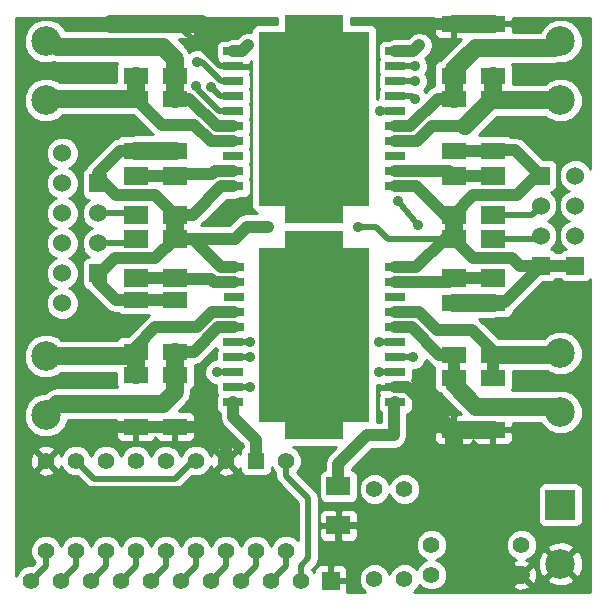
<source format=gtl>
G04 (created by PCBNEW (2013-mar-13)-testing) date Thu 06 Mar 2014 12:46:27 CET*
%MOIN*%
G04 Gerber Fmt 3.4, Leading zero omitted, Abs format*
%FSLAX34Y34*%
G01*
G70*
G90*
G04 APERTURE LIST*
%ADD10C,0.005906*%
%ADD11R,0.082677X0.055118*%
%ADD12C,0.055000*%
%ADD13R,0.055000X0.055000*%
%ADD14R,0.196850X0.696850*%
%ADD15R,0.066929X0.027559*%
%ADD16R,0.370079X0.582677*%
%ADD17R,0.080000X0.060000*%
%ADD18R,0.060000X0.060000*%
%ADD19C,0.060000*%
%ADD20C,0.098425*%
%ADD21R,0.098425X0.098425*%
%ADD22C,0.035000*%
%ADD23C,0.019685*%
%ADD24C,0.039370*%
%ADD25C,0.059055*%
%ADD26C,0.009843*%
%ADD27C,0.010000*%
G04 APERTURE END LIST*
G54D10*
G54D11*
X42850Y-21166D03*
X42850Y-19433D03*
X42850Y-23666D03*
X42850Y-21933D03*
X32250Y-31133D03*
X32250Y-32866D03*
X32250Y-28633D03*
X32250Y-30366D03*
X44150Y-21166D03*
X44150Y-19433D03*
X44150Y-23666D03*
X44150Y-21933D03*
X33550Y-31133D03*
X33550Y-32866D03*
X33550Y-28633D03*
X33550Y-30366D03*
X44150Y-31233D03*
X44150Y-32966D03*
X44150Y-28733D03*
X44150Y-30466D03*
X32250Y-21166D03*
X32250Y-19433D03*
X32250Y-23666D03*
X32250Y-21933D03*
X42850Y-31233D03*
X42850Y-32966D03*
X42850Y-28733D03*
X42850Y-30466D03*
X33550Y-21166D03*
X33550Y-19433D03*
X33550Y-23666D03*
X33550Y-21933D03*
G54D12*
X37250Y-34000D03*
G54D13*
X36250Y-34000D03*
G54D12*
X35250Y-34000D03*
X34250Y-34000D03*
X33250Y-34000D03*
X32250Y-34000D03*
X31250Y-34000D03*
X30250Y-34000D03*
X29250Y-34000D03*
X29250Y-37000D03*
X30250Y-37000D03*
X31250Y-37000D03*
X32250Y-37000D03*
X33250Y-37000D03*
X34250Y-37000D03*
X35250Y-37000D03*
X36250Y-37000D03*
X37250Y-37000D03*
G54D14*
X38200Y-29800D03*
G54D15*
X35503Y-29550D03*
G54D16*
X38200Y-29800D03*
G54D15*
X35503Y-29050D03*
X35503Y-28550D03*
X35503Y-28050D03*
X35503Y-27550D03*
X35500Y-30050D03*
X35500Y-30550D03*
X35500Y-31050D03*
X35500Y-31550D03*
X35500Y-32050D03*
X40900Y-32050D03*
X40900Y-31550D03*
X40900Y-31050D03*
X40900Y-30550D03*
X40900Y-30050D03*
X40900Y-29550D03*
X40900Y-29050D03*
X40900Y-28550D03*
X40900Y-28050D03*
X40900Y-27550D03*
G54D14*
X38200Y-22600D03*
G54D15*
X40896Y-22850D03*
G54D16*
X38200Y-22600D03*
G54D15*
X40896Y-23350D03*
X40896Y-23850D03*
X40896Y-24350D03*
X40896Y-24850D03*
X40900Y-22350D03*
X40900Y-21850D03*
X40900Y-21350D03*
X40900Y-20850D03*
X40900Y-20350D03*
X35500Y-20350D03*
X35500Y-20850D03*
X35500Y-21350D03*
X35500Y-21850D03*
X35500Y-22350D03*
X35500Y-22850D03*
X35500Y-23350D03*
X35500Y-23850D03*
X35500Y-24350D03*
X35500Y-24850D03*
G54D17*
X42850Y-24500D03*
X42850Y-25800D03*
G54D12*
X37750Y-38000D03*
X36750Y-38000D03*
X35750Y-38000D03*
X34750Y-38000D03*
X33750Y-38000D03*
X32750Y-38000D03*
X31750Y-38000D03*
X30750Y-38000D03*
X29750Y-38000D03*
X28750Y-38000D03*
G54D18*
X46900Y-27500D03*
G54D19*
X46900Y-26500D03*
G54D17*
X33550Y-24500D03*
X33550Y-25800D03*
X33550Y-27900D03*
X33550Y-26600D03*
X42850Y-27900D03*
X42850Y-26600D03*
X44150Y-25800D03*
X44150Y-24500D03*
X32250Y-25800D03*
X32250Y-24500D03*
X44150Y-26600D03*
X44150Y-27900D03*
G54D12*
X42100Y-37800D03*
X45100Y-37800D03*
X42100Y-36800D03*
X45100Y-36800D03*
X41200Y-34950D03*
X41200Y-37950D03*
G54D17*
X32250Y-26600D03*
X32250Y-27900D03*
G54D12*
X40200Y-37950D03*
X40200Y-34950D03*
G54D20*
X29250Y-32484D03*
X29250Y-30515D03*
X46400Y-30415D03*
X46400Y-32384D03*
X46400Y-20015D03*
X46400Y-21984D03*
X29250Y-21984D03*
X29250Y-20015D03*
G54D19*
X46900Y-24500D03*
X46900Y-25500D03*
X29800Y-23750D03*
X29800Y-24750D03*
X29800Y-25750D03*
X29800Y-26750D03*
X29800Y-27750D03*
X29800Y-28750D03*
G54D18*
X45750Y-24500D03*
G54D19*
X45750Y-25500D03*
X45750Y-26500D03*
G54D18*
X45750Y-27500D03*
X31000Y-27750D03*
G54D19*
X31000Y-26750D03*
X31000Y-25750D03*
G54D18*
X31000Y-24750D03*
G54D17*
X39000Y-34850D03*
X39000Y-36150D03*
G54D21*
X46400Y-35465D03*
G54D20*
X46400Y-37434D03*
G54D18*
X38750Y-38000D03*
G54D22*
X40400Y-22350D03*
X36050Y-30050D03*
X41600Y-24850D03*
X39650Y-26200D03*
X36650Y-26200D03*
X36000Y-20150D03*
X41700Y-20150D03*
X40850Y-33150D03*
X34950Y-31050D03*
X41500Y-30550D03*
X41650Y-26150D03*
X41000Y-25350D03*
X36050Y-30550D03*
X40350Y-30050D03*
X36050Y-31550D03*
X40350Y-31050D03*
X41550Y-21350D03*
X34750Y-21550D03*
X34250Y-21500D03*
X41550Y-21950D03*
X41550Y-20850D03*
X34300Y-20700D03*
X29867Y-21000D03*
X31433Y-19433D03*
X29200Y-21000D03*
X28600Y-21000D03*
X40950Y-19500D03*
X35100Y-19550D03*
X42000Y-32250D03*
X31150Y-32850D03*
X34750Y-32850D03*
G54D23*
X40900Y-22350D02*
X40400Y-22350D01*
X36050Y-30050D02*
X35500Y-30050D01*
G54D24*
X40896Y-24850D02*
X41600Y-24850D01*
G54D25*
X33550Y-25800D02*
X33550Y-26600D01*
X32250Y-23666D02*
X33550Y-23666D01*
G54D23*
X42850Y-26600D02*
X40650Y-26600D01*
X40650Y-26600D02*
X40250Y-26200D01*
X40250Y-26200D02*
X39650Y-26200D01*
G54D25*
X42850Y-26600D02*
X42850Y-25800D01*
X42850Y-28733D02*
X44150Y-28733D01*
G54D24*
X35550Y-26600D02*
X33550Y-26600D01*
X36650Y-26200D02*
X35950Y-26200D01*
X35950Y-26200D02*
X35550Y-26600D01*
G54D23*
X40250Y-26200D02*
X39650Y-26200D01*
X40650Y-26600D02*
X40250Y-26200D01*
G54D24*
X35800Y-20350D02*
X35500Y-20350D01*
X36000Y-20150D02*
X35800Y-20350D01*
X40900Y-20350D02*
X41500Y-20350D01*
X41500Y-20350D02*
X41700Y-20150D01*
X45750Y-27500D02*
X45050Y-27500D01*
X45050Y-27500D02*
X44800Y-27250D01*
X44800Y-27250D02*
X43500Y-27250D01*
X43500Y-27250D02*
X42850Y-26600D01*
X31000Y-27750D02*
X31050Y-27750D01*
X32900Y-27250D02*
X33550Y-26600D01*
X31550Y-27250D02*
X32900Y-27250D01*
X31050Y-27750D02*
X31550Y-27250D01*
X31000Y-24750D02*
X31200Y-24750D01*
X32900Y-25150D02*
X33550Y-25800D01*
X31600Y-25150D02*
X32900Y-25150D01*
X31200Y-24750D02*
X31600Y-25150D01*
X31000Y-24750D02*
X31000Y-24400D01*
X31733Y-23666D02*
X32250Y-23666D01*
X31000Y-24400D02*
X31733Y-23666D01*
X32250Y-28633D02*
X33550Y-28633D01*
X31000Y-27750D02*
X31000Y-28050D01*
X31583Y-28633D02*
X32250Y-28633D01*
X31000Y-28050D02*
X31583Y-28633D01*
X33550Y-26600D02*
X34150Y-26600D01*
X34150Y-26600D02*
X35100Y-27550D01*
X35100Y-27550D02*
X35503Y-27550D01*
X33550Y-25800D02*
X34150Y-25800D01*
X34150Y-25800D02*
X35100Y-24850D01*
X35100Y-24850D02*
X35500Y-24850D01*
X40896Y-24850D02*
X41600Y-24850D01*
X41600Y-24850D02*
X42550Y-25800D01*
X42550Y-25800D02*
X42850Y-25800D01*
X45750Y-24500D02*
X45600Y-24500D01*
X45600Y-24500D02*
X44950Y-25150D01*
X44950Y-25150D02*
X43500Y-25150D01*
X43500Y-25150D02*
X42850Y-25800D01*
X42850Y-26600D02*
X42550Y-26600D01*
X42550Y-26600D02*
X41600Y-27550D01*
X41600Y-27550D02*
X40900Y-27550D01*
X35500Y-32050D02*
X35500Y-32550D01*
X36250Y-33300D02*
X36250Y-34000D01*
X35500Y-32550D02*
X36250Y-33300D01*
X40850Y-33150D02*
X40850Y-32100D01*
X40850Y-32100D02*
X40900Y-32050D01*
X39000Y-34850D02*
X39000Y-34100D01*
X39950Y-33150D02*
X40850Y-33150D01*
X39000Y-34100D02*
X39950Y-33150D01*
X42850Y-23666D02*
X44150Y-23666D01*
X44150Y-23666D02*
X44166Y-23650D01*
X44166Y-23650D02*
X44900Y-23650D01*
X44900Y-23650D02*
X45750Y-24500D01*
X45750Y-27500D02*
X46900Y-27500D01*
X44150Y-28733D02*
X44183Y-28700D01*
X44550Y-28700D02*
X45750Y-27500D01*
X44183Y-28700D02*
X44550Y-28700D01*
G54D23*
X35500Y-31050D02*
X34950Y-31050D01*
X40900Y-30550D02*
X41500Y-30550D01*
X41650Y-26150D02*
X41000Y-25350D01*
X41000Y-25350D02*
X41000Y-25350D01*
X40900Y-30050D02*
X40350Y-30050D01*
X36050Y-30550D02*
X35500Y-30550D01*
X40900Y-31050D02*
X40350Y-31050D01*
X36050Y-31550D02*
X35500Y-31550D01*
G54D25*
X32250Y-30366D02*
X32250Y-31133D01*
X29250Y-30515D02*
X32100Y-30515D01*
X32100Y-30515D02*
X32250Y-30366D01*
G54D24*
X32250Y-30366D02*
X32250Y-30200D01*
X34800Y-29050D02*
X35503Y-29050D01*
X34300Y-29550D02*
X34800Y-29050D01*
X32900Y-29550D02*
X34300Y-29550D01*
X32250Y-30200D02*
X32900Y-29550D01*
X32100Y-30515D02*
X32250Y-30366D01*
G54D25*
X33550Y-30366D02*
X33550Y-31133D01*
X29250Y-32484D02*
X29634Y-32100D01*
X29634Y-32100D02*
X33150Y-32100D01*
X33150Y-32100D02*
X33550Y-31700D01*
X33550Y-31700D02*
X33550Y-31133D01*
G54D24*
X33550Y-31133D02*
X33550Y-31700D01*
X33150Y-32100D02*
X29634Y-32100D01*
X33550Y-31700D02*
X33150Y-32100D01*
X33550Y-30366D02*
X34183Y-30366D01*
X35000Y-29550D02*
X35503Y-29550D01*
X34183Y-30366D02*
X35000Y-29550D01*
G54D25*
X46400Y-32384D02*
X46215Y-32200D01*
X46215Y-32200D02*
X43600Y-32200D01*
X43600Y-32200D02*
X42850Y-31450D01*
X42850Y-31450D02*
X42850Y-31233D01*
G54D24*
X42850Y-31233D02*
X42850Y-31450D01*
X43600Y-32200D02*
X46215Y-32200D01*
X42850Y-31450D02*
X43600Y-32200D01*
X42850Y-30466D02*
X42366Y-30466D01*
X41450Y-29550D02*
X40900Y-29550D01*
X42366Y-30466D02*
X41450Y-29550D01*
X42850Y-31233D02*
X42850Y-30466D01*
G54D25*
X44150Y-30466D02*
X46349Y-30466D01*
X46349Y-30466D02*
X46400Y-30415D01*
G54D24*
X44150Y-30466D02*
X44150Y-30350D01*
X41700Y-29050D02*
X40900Y-29050D01*
X42300Y-29650D02*
X41700Y-29050D01*
X43450Y-29650D02*
X42300Y-29650D01*
X44150Y-30350D02*
X43450Y-29650D01*
X44150Y-30466D02*
X44150Y-31233D01*
X32250Y-27900D02*
X33550Y-27900D01*
X35503Y-28050D02*
X34850Y-28050D01*
X34850Y-28050D02*
X34750Y-27950D01*
X34750Y-27950D02*
X33600Y-27950D01*
X33600Y-27950D02*
X33550Y-27900D01*
G54D23*
X31000Y-26750D02*
X32100Y-26750D01*
X32100Y-26750D02*
X32250Y-26600D01*
X44150Y-26600D02*
X45650Y-26600D01*
X45650Y-26600D02*
X45750Y-26500D01*
G54D24*
X42850Y-27900D02*
X44150Y-27900D01*
X40900Y-28050D02*
X42700Y-28050D01*
X42700Y-28050D02*
X42850Y-27900D01*
G54D23*
X42850Y-27900D02*
X42700Y-28050D01*
X37750Y-38000D02*
X37750Y-37500D01*
X37250Y-34500D02*
X37250Y-34000D01*
X38000Y-35250D02*
X37250Y-34500D01*
X38000Y-37250D02*
X38000Y-35250D01*
X37750Y-37500D02*
X38000Y-37250D01*
X29250Y-37000D02*
X29250Y-37500D01*
X29250Y-37500D02*
X28750Y-38000D01*
X37250Y-37000D02*
X37250Y-37500D01*
X37250Y-37500D02*
X36750Y-38000D01*
X36250Y-37000D02*
X36250Y-37500D01*
X36250Y-37500D02*
X35750Y-38000D01*
X35250Y-37000D02*
X35250Y-37500D01*
X35250Y-37500D02*
X34750Y-38000D01*
X34250Y-37000D02*
X34250Y-37500D01*
X34250Y-37500D02*
X33750Y-38000D01*
X33250Y-37000D02*
X33250Y-37500D01*
X33250Y-37500D02*
X32750Y-38000D01*
X32250Y-37000D02*
X32250Y-37500D01*
X32250Y-37500D02*
X31750Y-38000D01*
X31250Y-37000D02*
X31250Y-37500D01*
X31250Y-37500D02*
X30750Y-38000D01*
X30250Y-37000D02*
X30250Y-37500D01*
X30250Y-37500D02*
X29750Y-38000D01*
X41550Y-21350D02*
X40900Y-21350D01*
X35500Y-21850D02*
X35050Y-21850D01*
X35050Y-21850D02*
X34750Y-21550D01*
G54D26*
X35050Y-21850D02*
X34750Y-21550D01*
G54D23*
X35500Y-22350D02*
X35007Y-22350D01*
X34311Y-21561D02*
X34250Y-21500D01*
X34311Y-21654D02*
X34311Y-21561D01*
X35007Y-22350D02*
X34311Y-21654D01*
X40900Y-21850D02*
X41450Y-21850D01*
X41450Y-21850D02*
X41550Y-21950D01*
X40900Y-20850D02*
X41550Y-20850D01*
X35500Y-21350D02*
X35100Y-21350D01*
X34450Y-20700D02*
X34300Y-20700D01*
X35100Y-21350D02*
X34450Y-20700D01*
G54D25*
X44150Y-21933D02*
X44126Y-21933D01*
X44126Y-21933D02*
X43210Y-22850D01*
X46400Y-21984D02*
X44200Y-21984D01*
X44200Y-21984D02*
X44150Y-21933D01*
X44150Y-21166D02*
X44150Y-21933D01*
G54D24*
X44126Y-21933D02*
X43210Y-22850D01*
X43210Y-22850D02*
X42110Y-22850D01*
X42110Y-22850D02*
X41610Y-23350D01*
X41610Y-23350D02*
X40896Y-23350D01*
X44200Y-21984D02*
X44150Y-21933D01*
G54D25*
X42850Y-21166D02*
X42850Y-21933D01*
X46400Y-20015D02*
X46175Y-20240D01*
X46175Y-20240D02*
X43570Y-20240D01*
X43570Y-20240D02*
X42850Y-20960D01*
X42850Y-20960D02*
X42850Y-21166D01*
G54D24*
X42850Y-21166D02*
X42850Y-20960D01*
X43570Y-20240D02*
X46175Y-20240D01*
X42850Y-20960D02*
X43570Y-20240D01*
X40896Y-22850D02*
X41393Y-22850D01*
X42309Y-21933D02*
X42850Y-21933D01*
X41393Y-22850D02*
X42309Y-21933D01*
G54D25*
X33550Y-21166D02*
X33550Y-21933D01*
X29250Y-20015D02*
X29465Y-20015D01*
X29465Y-20015D02*
X29650Y-20200D01*
X29650Y-20200D02*
X33150Y-20200D01*
X33150Y-20200D02*
X33550Y-20600D01*
X33550Y-20600D02*
X33550Y-21166D01*
G54D24*
X33550Y-21933D02*
X34032Y-21933D01*
X34032Y-21933D02*
X34954Y-22856D01*
X34954Y-22856D02*
X35500Y-22856D01*
X35500Y-22856D02*
X35500Y-22850D01*
X33550Y-20600D02*
X33550Y-21166D01*
X33150Y-20200D02*
X33550Y-20600D01*
X29650Y-20200D02*
X33150Y-20200D01*
X29465Y-20015D02*
X29650Y-20200D01*
G54D25*
X32250Y-21166D02*
X32250Y-21933D01*
X29250Y-21984D02*
X29565Y-21984D01*
X29565Y-21984D02*
X29616Y-21933D01*
X29616Y-21933D02*
X32250Y-21933D01*
G54D24*
X35500Y-23350D02*
X34750Y-23350D01*
X33116Y-22800D02*
X32250Y-21933D01*
X34200Y-22800D02*
X33116Y-22800D01*
X34750Y-23350D02*
X34200Y-22800D01*
X42850Y-24500D02*
X44150Y-24500D01*
X40896Y-24350D02*
X42700Y-24350D01*
X42700Y-24350D02*
X42850Y-24500D01*
G54D23*
X42700Y-24350D02*
X42850Y-24500D01*
X44150Y-25800D02*
X45450Y-25800D01*
X45450Y-25800D02*
X45750Y-25500D01*
X31000Y-25750D02*
X32200Y-25750D01*
X32200Y-25750D02*
X32250Y-25800D01*
G54D24*
X32250Y-24500D02*
X33550Y-24500D01*
X35500Y-24350D02*
X34900Y-24350D01*
X34900Y-24350D02*
X34800Y-24450D01*
X34800Y-24450D02*
X33600Y-24450D01*
X33600Y-24450D02*
X33550Y-24500D01*
G54D23*
X34250Y-34000D02*
X34150Y-34000D01*
X30850Y-34600D02*
X30250Y-34000D01*
X33550Y-34600D02*
X30850Y-34600D01*
X34150Y-34000D02*
X33550Y-34600D01*
G54D24*
X29867Y-21000D02*
X29800Y-21000D01*
X32250Y-19433D02*
X31433Y-19433D01*
X29200Y-21000D02*
X28600Y-21000D01*
X42850Y-19433D02*
X41016Y-19433D01*
X41016Y-19433D02*
X40950Y-19500D01*
X35100Y-19550D02*
X34983Y-19433D01*
X34983Y-19433D02*
X33550Y-19433D01*
G54D25*
X42850Y-32966D02*
X42716Y-32966D01*
X42716Y-32966D02*
X42000Y-32250D01*
X31433Y-19433D02*
X32250Y-19433D01*
G54D24*
X31433Y-19433D02*
X32250Y-19433D01*
G54D25*
X32250Y-19433D02*
X33550Y-19433D01*
X34416Y-19433D02*
X33550Y-19433D01*
X44150Y-19433D02*
X42850Y-19433D01*
X42850Y-32966D02*
X44150Y-32966D01*
X45100Y-37800D02*
X44400Y-37800D01*
X44400Y-37800D02*
X42850Y-36250D01*
X42850Y-36250D02*
X42850Y-32966D01*
G54D24*
X32250Y-32866D02*
X31166Y-32866D01*
X31166Y-32866D02*
X31150Y-32850D01*
X34416Y-19433D02*
X33550Y-19433D01*
X40900Y-31550D02*
X41300Y-31550D01*
X41300Y-31550D02*
X42716Y-32966D01*
G54D23*
X35500Y-20850D02*
X35050Y-20850D01*
X33633Y-19433D02*
X33550Y-19433D01*
X35050Y-20850D02*
X33633Y-19433D01*
G54D24*
X35250Y-34000D02*
X35250Y-33350D01*
X35250Y-33350D02*
X34750Y-32850D01*
X34733Y-32866D02*
X33550Y-32866D01*
X34750Y-32850D02*
X34733Y-32866D01*
X44400Y-37800D02*
X42850Y-36250D01*
X32250Y-32866D02*
X33550Y-32866D01*
G54D23*
X42750Y-36150D02*
X39000Y-36150D01*
X44400Y-37800D02*
X42750Y-36150D01*
X35250Y-34000D02*
X34300Y-34950D01*
X30200Y-34950D02*
X29250Y-34000D01*
X34300Y-34950D02*
X30200Y-34950D01*
X38750Y-38000D02*
X38750Y-37500D01*
X38750Y-37500D02*
X39000Y-37250D01*
X39000Y-37250D02*
X39000Y-36150D01*
G54D10*
G36*
X36275Y-25753D02*
X35950Y-25753D01*
X35778Y-25787D01*
X35634Y-25884D01*
X35364Y-26153D01*
X34410Y-26153D01*
X34465Y-26115D01*
X35285Y-25296D01*
X35500Y-25296D01*
X35671Y-25262D01*
X35708Y-25237D01*
X35884Y-25237D01*
X35976Y-25199D01*
X36046Y-25129D01*
X36084Y-25037D01*
X36084Y-24938D01*
X36084Y-24662D01*
X36058Y-24600D01*
X36084Y-24537D01*
X36084Y-24438D01*
X36084Y-24162D01*
X36058Y-24100D01*
X36084Y-24037D01*
X36084Y-23938D01*
X36084Y-23662D01*
X36058Y-23600D01*
X36084Y-23537D01*
X36084Y-23438D01*
X36084Y-23162D01*
X36058Y-23100D01*
X36084Y-23037D01*
X36084Y-22938D01*
X36084Y-22662D01*
X36058Y-22600D01*
X36084Y-22537D01*
X36084Y-22438D01*
X36084Y-22162D01*
X36058Y-22100D01*
X36084Y-22037D01*
X36084Y-21938D01*
X36084Y-21662D01*
X36058Y-21600D01*
X36084Y-21537D01*
X36084Y-21438D01*
X36084Y-21162D01*
X36058Y-21100D01*
X36084Y-21037D01*
X36084Y-20962D01*
X36022Y-20900D01*
X35550Y-20900D01*
X35550Y-20907D01*
X35450Y-20907D01*
X35450Y-20900D01*
X35442Y-20900D01*
X35442Y-20800D01*
X35450Y-20800D01*
X35450Y-20792D01*
X35476Y-20792D01*
X35500Y-20796D01*
X35550Y-20796D01*
X35550Y-20800D01*
X36022Y-20800D01*
X36084Y-20737D01*
X36084Y-20686D01*
X36099Y-20676D01*
X36099Y-25563D01*
X36137Y-25654D01*
X36207Y-25725D01*
X36275Y-25753D01*
X36275Y-25753D01*
G37*
G54D27*
X36275Y-25753D02*
X35950Y-25753D01*
X35778Y-25787D01*
X35634Y-25884D01*
X35364Y-26153D01*
X34410Y-26153D01*
X34465Y-26115D01*
X35285Y-25296D01*
X35500Y-25296D01*
X35671Y-25262D01*
X35708Y-25237D01*
X35884Y-25237D01*
X35976Y-25199D01*
X36046Y-25129D01*
X36084Y-25037D01*
X36084Y-24938D01*
X36084Y-24662D01*
X36058Y-24600D01*
X36084Y-24537D01*
X36084Y-24438D01*
X36084Y-24162D01*
X36058Y-24100D01*
X36084Y-24037D01*
X36084Y-23938D01*
X36084Y-23662D01*
X36058Y-23600D01*
X36084Y-23537D01*
X36084Y-23438D01*
X36084Y-23162D01*
X36058Y-23100D01*
X36084Y-23037D01*
X36084Y-22938D01*
X36084Y-22662D01*
X36058Y-22600D01*
X36084Y-22537D01*
X36084Y-22438D01*
X36084Y-22162D01*
X36058Y-22100D01*
X36084Y-22037D01*
X36084Y-21938D01*
X36084Y-21662D01*
X36058Y-21600D01*
X36084Y-21537D01*
X36084Y-21438D01*
X36084Y-21162D01*
X36058Y-21100D01*
X36084Y-21037D01*
X36084Y-20962D01*
X36022Y-20900D01*
X35550Y-20900D01*
X35550Y-20907D01*
X35450Y-20907D01*
X35450Y-20900D01*
X35442Y-20900D01*
X35442Y-20800D01*
X35450Y-20800D01*
X35450Y-20792D01*
X35476Y-20792D01*
X35500Y-20796D01*
X35550Y-20796D01*
X35550Y-20800D01*
X36022Y-20800D01*
X36084Y-20737D01*
X36084Y-20686D01*
X36099Y-20676D01*
X36099Y-25563D01*
X36137Y-25654D01*
X36207Y-25725D01*
X36275Y-25753D01*
G54D10*
G36*
X37651Y-36659D02*
X37547Y-36555D01*
X37354Y-36475D01*
X37146Y-36474D01*
X36953Y-36554D01*
X36805Y-36702D01*
X36749Y-36835D01*
X36695Y-36703D01*
X36547Y-36555D01*
X36354Y-36475D01*
X36146Y-36474D01*
X35953Y-36554D01*
X35805Y-36702D01*
X35749Y-36835D01*
X35695Y-36703D01*
X35547Y-36555D01*
X35547Y-36554D01*
X35547Y-34367D01*
X35250Y-34070D01*
X35179Y-34141D01*
X35179Y-34000D01*
X34882Y-33702D01*
X34789Y-33727D01*
X34750Y-33837D01*
X34695Y-33703D01*
X34547Y-33555D01*
X34354Y-33475D01*
X34213Y-33474D01*
X34213Y-33191D01*
X34213Y-33092D01*
X34213Y-32978D01*
X34150Y-32916D01*
X33600Y-32916D01*
X33600Y-33329D01*
X33662Y-33391D01*
X34013Y-33391D01*
X34104Y-33353D01*
X34175Y-33283D01*
X34213Y-33191D01*
X34213Y-33474D01*
X34146Y-33474D01*
X33953Y-33554D01*
X33805Y-33702D01*
X33749Y-33835D01*
X33695Y-33703D01*
X33547Y-33555D01*
X33500Y-33535D01*
X33500Y-33329D01*
X33500Y-32916D01*
X32949Y-32916D01*
X32900Y-32965D01*
X32850Y-32916D01*
X32300Y-32916D01*
X32300Y-33329D01*
X32362Y-33391D01*
X32713Y-33391D01*
X32804Y-33353D01*
X32875Y-33283D01*
X32900Y-33223D01*
X32924Y-33283D01*
X32995Y-33353D01*
X33086Y-33391D01*
X33437Y-33391D01*
X33500Y-33329D01*
X33500Y-33535D01*
X33354Y-33475D01*
X33146Y-33474D01*
X32953Y-33554D01*
X32805Y-33702D01*
X32749Y-33835D01*
X32695Y-33703D01*
X32547Y-33555D01*
X32354Y-33475D01*
X32200Y-33474D01*
X32200Y-33329D01*
X32200Y-32916D01*
X31649Y-32916D01*
X31586Y-32978D01*
X31586Y-33092D01*
X31586Y-33191D01*
X31624Y-33283D01*
X31695Y-33353D01*
X31786Y-33391D01*
X32137Y-33391D01*
X32200Y-33329D01*
X32200Y-33474D01*
X32146Y-33474D01*
X31953Y-33554D01*
X31805Y-33702D01*
X31749Y-33835D01*
X31695Y-33703D01*
X31547Y-33555D01*
X31354Y-33475D01*
X31146Y-33474D01*
X30953Y-33554D01*
X30805Y-33702D01*
X30749Y-33835D01*
X30695Y-33703D01*
X30547Y-33555D01*
X30354Y-33475D01*
X30146Y-33474D01*
X29953Y-33554D01*
X29805Y-33702D01*
X29752Y-33828D01*
X29710Y-33727D01*
X29617Y-33702D01*
X29547Y-33773D01*
X29547Y-33632D01*
X29522Y-33539D01*
X29325Y-33470D01*
X29117Y-33481D01*
X28977Y-33539D01*
X28952Y-33632D01*
X29250Y-33929D01*
X29547Y-33632D01*
X29547Y-33773D01*
X29320Y-34000D01*
X29617Y-34297D01*
X29710Y-34272D01*
X29749Y-34162D01*
X29804Y-34297D01*
X29952Y-34444D01*
X30145Y-34524D01*
X30282Y-34525D01*
X30603Y-34846D01*
X30603Y-34846D01*
X30716Y-34921D01*
X30850Y-34948D01*
X33549Y-34948D01*
X33550Y-34948D01*
X33550Y-34948D01*
X33661Y-34926D01*
X33683Y-34921D01*
X33683Y-34921D01*
X33796Y-34846D01*
X34125Y-34516D01*
X34145Y-34524D01*
X34353Y-34525D01*
X34547Y-34445D01*
X34694Y-34297D01*
X34747Y-34171D01*
X34789Y-34272D01*
X34882Y-34297D01*
X35179Y-34000D01*
X35179Y-34141D01*
X34952Y-34367D01*
X34977Y-34460D01*
X35174Y-34529D01*
X35382Y-34518D01*
X35522Y-34460D01*
X35547Y-34367D01*
X35547Y-36554D01*
X35354Y-36475D01*
X35146Y-36474D01*
X34953Y-36554D01*
X34805Y-36702D01*
X34749Y-36835D01*
X34695Y-36703D01*
X34547Y-36555D01*
X34354Y-36475D01*
X34146Y-36474D01*
X33953Y-36554D01*
X33805Y-36702D01*
X33749Y-36835D01*
X33695Y-36703D01*
X33547Y-36555D01*
X33354Y-36475D01*
X33146Y-36474D01*
X32953Y-36554D01*
X32805Y-36702D01*
X32749Y-36835D01*
X32695Y-36703D01*
X32547Y-36555D01*
X32354Y-36475D01*
X32146Y-36474D01*
X31953Y-36554D01*
X31805Y-36702D01*
X31749Y-36835D01*
X31695Y-36703D01*
X31547Y-36555D01*
X31354Y-36475D01*
X31146Y-36474D01*
X30953Y-36554D01*
X30805Y-36702D01*
X30749Y-36835D01*
X30695Y-36703D01*
X30547Y-36555D01*
X30354Y-36475D01*
X30146Y-36474D01*
X29953Y-36554D01*
X29805Y-36702D01*
X29749Y-36835D01*
X29695Y-36703D01*
X29547Y-36555D01*
X29547Y-36554D01*
X29547Y-34367D01*
X29250Y-34070D01*
X29179Y-34141D01*
X29179Y-34000D01*
X28882Y-33702D01*
X28789Y-33727D01*
X28720Y-33924D01*
X28731Y-34132D01*
X28789Y-34272D01*
X28882Y-34297D01*
X29179Y-34000D01*
X29179Y-34141D01*
X28952Y-34367D01*
X28977Y-34460D01*
X29174Y-34529D01*
X29382Y-34518D01*
X29522Y-34460D01*
X29547Y-34367D01*
X29547Y-36554D01*
X29354Y-36475D01*
X29146Y-36474D01*
X28953Y-36554D01*
X28805Y-36702D01*
X28725Y-36895D01*
X28724Y-37103D01*
X28804Y-37297D01*
X28882Y-37374D01*
X28782Y-37475D01*
X28646Y-37474D01*
X28453Y-37554D01*
X28305Y-37702D01*
X28250Y-37833D01*
X28250Y-19231D01*
X31586Y-19231D01*
X31586Y-19321D01*
X31649Y-19383D01*
X32200Y-19383D01*
X32200Y-19375D01*
X32300Y-19375D01*
X32300Y-19383D01*
X32850Y-19383D01*
X32900Y-19334D01*
X32949Y-19383D01*
X33500Y-19383D01*
X33500Y-19375D01*
X33600Y-19375D01*
X33600Y-19383D01*
X34150Y-19383D01*
X34213Y-19321D01*
X34213Y-19231D01*
X36965Y-19231D01*
X36965Y-19436D01*
X36299Y-19436D01*
X36207Y-19474D01*
X36137Y-19545D01*
X36099Y-19636D01*
X36099Y-19722D01*
X36000Y-19703D01*
X35828Y-19737D01*
X35684Y-19834D01*
X35614Y-19903D01*
X35500Y-19903D01*
X35328Y-19937D01*
X35291Y-19962D01*
X35115Y-19962D01*
X35023Y-20000D01*
X34953Y-20070D01*
X34915Y-20162D01*
X34915Y-20261D01*
X34915Y-20537D01*
X34941Y-20600D01*
X34915Y-20662D01*
X34915Y-20672D01*
X34696Y-20453D01*
X34583Y-20378D01*
X34578Y-20377D01*
X34541Y-20339D01*
X34384Y-20275D01*
X34215Y-20274D01*
X34059Y-20339D01*
X34035Y-20363D01*
X33935Y-20214D01*
X33680Y-19959D01*
X34013Y-19959D01*
X34104Y-19921D01*
X34175Y-19851D01*
X34213Y-19759D01*
X34213Y-19659D01*
X34213Y-19546D01*
X34150Y-19483D01*
X33600Y-19483D01*
X33600Y-19491D01*
X33500Y-19491D01*
X33500Y-19483D01*
X32949Y-19483D01*
X32900Y-19532D01*
X32850Y-19483D01*
X32300Y-19483D01*
X32300Y-19491D01*
X32200Y-19491D01*
X32200Y-19483D01*
X31649Y-19483D01*
X31586Y-19546D01*
X31586Y-19654D01*
X29903Y-19654D01*
X29879Y-19595D01*
X29670Y-19386D01*
X29398Y-19273D01*
X29103Y-19273D01*
X28830Y-19386D01*
X28621Y-19594D01*
X28508Y-19867D01*
X28507Y-20162D01*
X28620Y-20435D01*
X28829Y-20644D01*
X29101Y-20757D01*
X29396Y-20758D01*
X29499Y-20715D01*
X29650Y-20745D01*
X31628Y-20745D01*
X31624Y-20748D01*
X31586Y-20840D01*
X31586Y-20940D01*
X31586Y-21388D01*
X29703Y-21388D01*
X29670Y-21355D01*
X29398Y-21242D01*
X29103Y-21241D01*
X28830Y-21354D01*
X28621Y-21563D01*
X28508Y-21835D01*
X28507Y-22131D01*
X28620Y-22404D01*
X28829Y-22613D01*
X29101Y-22726D01*
X29396Y-22726D01*
X29669Y-22613D01*
X29804Y-22479D01*
X32163Y-22479D01*
X32800Y-23115D01*
X32807Y-23120D01*
X32250Y-23120D01*
X32151Y-23140D01*
X31786Y-23140D01*
X31695Y-23178D01*
X31634Y-23239D01*
X31562Y-23253D01*
X31417Y-23350D01*
X30684Y-24084D01*
X30589Y-24225D01*
X30558Y-24238D01*
X30488Y-24308D01*
X30450Y-24400D01*
X30450Y-24499D01*
X30450Y-25099D01*
X30488Y-25191D01*
X30558Y-25261D01*
X30650Y-25300D01*
X30672Y-25300D01*
X30534Y-25438D01*
X30450Y-25640D01*
X30449Y-25858D01*
X30533Y-26061D01*
X30688Y-26215D01*
X30769Y-26249D01*
X30688Y-26283D01*
X30534Y-26438D01*
X30450Y-26640D01*
X30449Y-26858D01*
X30533Y-27061D01*
X30672Y-27200D01*
X30650Y-27200D01*
X30558Y-27238D01*
X30488Y-27308D01*
X30450Y-27400D01*
X30450Y-27499D01*
X30450Y-28099D01*
X30488Y-28191D01*
X30558Y-28261D01*
X30635Y-28294D01*
X30635Y-28294D01*
X30684Y-28365D01*
X31267Y-28949D01*
X31412Y-29046D01*
X31412Y-29046D01*
X31583Y-29080D01*
X31654Y-29080D01*
X31695Y-29121D01*
X31786Y-29159D01*
X31886Y-29159D01*
X32695Y-29159D01*
X32584Y-29234D01*
X31977Y-29840D01*
X31786Y-29840D01*
X31695Y-29878D01*
X31624Y-29948D01*
X31615Y-29970D01*
X30350Y-29970D01*
X30350Y-28641D01*
X30266Y-28438D01*
X30111Y-28284D01*
X30030Y-28250D01*
X30111Y-28216D01*
X30265Y-28061D01*
X30349Y-27859D01*
X30350Y-27641D01*
X30266Y-27438D01*
X30111Y-27284D01*
X30030Y-27250D01*
X30111Y-27216D01*
X30265Y-27061D01*
X30349Y-26859D01*
X30350Y-26641D01*
X30266Y-26438D01*
X30111Y-26284D01*
X30030Y-26250D01*
X30111Y-26216D01*
X30265Y-26061D01*
X30349Y-25859D01*
X30350Y-25641D01*
X30266Y-25438D01*
X30111Y-25284D01*
X30030Y-25250D01*
X30111Y-25216D01*
X30265Y-25061D01*
X30349Y-24859D01*
X30350Y-24641D01*
X30266Y-24438D01*
X30111Y-24284D01*
X30030Y-24250D01*
X30111Y-24216D01*
X30265Y-24061D01*
X30349Y-23859D01*
X30350Y-23641D01*
X30266Y-23438D01*
X30111Y-23284D01*
X29909Y-23200D01*
X29691Y-23199D01*
X29488Y-23283D01*
X29334Y-23438D01*
X29250Y-23640D01*
X29249Y-23858D01*
X29333Y-24061D01*
X29488Y-24215D01*
X29569Y-24249D01*
X29488Y-24283D01*
X29334Y-24438D01*
X29250Y-24640D01*
X29249Y-24858D01*
X29333Y-25061D01*
X29488Y-25215D01*
X29569Y-25249D01*
X29488Y-25283D01*
X29334Y-25438D01*
X29250Y-25640D01*
X29249Y-25858D01*
X29333Y-26061D01*
X29488Y-26215D01*
X29569Y-26249D01*
X29488Y-26283D01*
X29334Y-26438D01*
X29250Y-26640D01*
X29249Y-26858D01*
X29333Y-27061D01*
X29488Y-27215D01*
X29569Y-27249D01*
X29488Y-27283D01*
X29334Y-27438D01*
X29250Y-27640D01*
X29249Y-27858D01*
X29333Y-28061D01*
X29488Y-28215D01*
X29569Y-28249D01*
X29488Y-28283D01*
X29334Y-28438D01*
X29250Y-28640D01*
X29249Y-28858D01*
X29333Y-29061D01*
X29488Y-29215D01*
X29690Y-29299D01*
X29908Y-29300D01*
X30111Y-29216D01*
X30265Y-29061D01*
X30349Y-28859D01*
X30350Y-28641D01*
X30350Y-29970D01*
X29754Y-29970D01*
X29670Y-29886D01*
X29398Y-29773D01*
X29103Y-29773D01*
X28830Y-29886D01*
X28621Y-30094D01*
X28508Y-30367D01*
X28507Y-30662D01*
X28620Y-30935D01*
X28829Y-31144D01*
X29101Y-31257D01*
X29396Y-31258D01*
X29669Y-31145D01*
X29754Y-31061D01*
X31586Y-31061D01*
X31586Y-31459D01*
X31624Y-31551D01*
X31628Y-31554D01*
X29634Y-31554D01*
X29425Y-31596D01*
X29248Y-31714D01*
X29221Y-31742D01*
X29103Y-31741D01*
X28830Y-31854D01*
X28621Y-32063D01*
X28508Y-32335D01*
X28507Y-32631D01*
X28620Y-32904D01*
X28829Y-33113D01*
X29101Y-33226D01*
X29396Y-33226D01*
X29669Y-33113D01*
X29878Y-32905D01*
X29986Y-32645D01*
X31586Y-32645D01*
X31586Y-32753D01*
X31649Y-32816D01*
X32200Y-32816D01*
X32200Y-32808D01*
X32300Y-32808D01*
X32300Y-32816D01*
X32850Y-32816D01*
X32900Y-32767D01*
X32949Y-32816D01*
X33500Y-32816D01*
X33500Y-32808D01*
X33600Y-32808D01*
X33600Y-32816D01*
X34150Y-32816D01*
X34213Y-32753D01*
X34213Y-32640D01*
X34213Y-32540D01*
X34175Y-32448D01*
X34104Y-32378D01*
X34013Y-32340D01*
X33680Y-32340D01*
X33935Y-32085D01*
X34053Y-31908D01*
X34053Y-31908D01*
X34095Y-31700D01*
X34095Y-31625D01*
X34104Y-31621D01*
X34175Y-31551D01*
X34213Y-31459D01*
X34213Y-31359D01*
X34213Y-30808D01*
X34212Y-30807D01*
X34354Y-30778D01*
X34354Y-30778D01*
X34499Y-30682D01*
X34923Y-30258D01*
X34941Y-30299D01*
X34915Y-30362D01*
X34915Y-30461D01*
X34915Y-30624D01*
X34865Y-30624D01*
X34709Y-30689D01*
X34589Y-30808D01*
X34525Y-30965D01*
X34524Y-31134D01*
X34589Y-31290D01*
X34708Y-31410D01*
X34865Y-31474D01*
X34915Y-31474D01*
X34915Y-31737D01*
X34941Y-31799D01*
X34915Y-31862D01*
X34915Y-31961D01*
X34915Y-32237D01*
X34953Y-32329D01*
X35023Y-32399D01*
X35053Y-32411D01*
X35053Y-32550D01*
X35087Y-32721D01*
X35184Y-32865D01*
X35803Y-33485D01*
X35803Y-33543D01*
X35763Y-33583D01*
X35725Y-33675D01*
X35725Y-33762D01*
X35710Y-33727D01*
X35617Y-33702D01*
X35547Y-33773D01*
X35547Y-33632D01*
X35522Y-33539D01*
X35325Y-33470D01*
X35117Y-33481D01*
X34977Y-33539D01*
X34952Y-33632D01*
X35250Y-33929D01*
X35547Y-33632D01*
X35547Y-33773D01*
X35320Y-34000D01*
X35617Y-34297D01*
X35710Y-34272D01*
X35725Y-34231D01*
X35725Y-34324D01*
X35763Y-34416D01*
X35833Y-34486D01*
X35925Y-34525D01*
X36024Y-34525D01*
X36574Y-34525D01*
X36666Y-34486D01*
X36736Y-34416D01*
X36775Y-34324D01*
X36775Y-34225D01*
X36775Y-34225D01*
X36804Y-34297D01*
X36901Y-34394D01*
X36901Y-34499D01*
X36901Y-34500D01*
X36923Y-34611D01*
X36928Y-34633D01*
X37003Y-34746D01*
X37651Y-35394D01*
X37651Y-36659D01*
X37651Y-36659D01*
G37*
G54D27*
X37651Y-36659D02*
X37547Y-36555D01*
X37354Y-36475D01*
X37146Y-36474D01*
X36953Y-36554D01*
X36805Y-36702D01*
X36749Y-36835D01*
X36695Y-36703D01*
X36547Y-36555D01*
X36354Y-36475D01*
X36146Y-36474D01*
X35953Y-36554D01*
X35805Y-36702D01*
X35749Y-36835D01*
X35695Y-36703D01*
X35547Y-36555D01*
X35547Y-36554D01*
X35547Y-34367D01*
X35250Y-34070D01*
X35179Y-34141D01*
X35179Y-34000D01*
X34882Y-33702D01*
X34789Y-33727D01*
X34750Y-33837D01*
X34695Y-33703D01*
X34547Y-33555D01*
X34354Y-33475D01*
X34213Y-33474D01*
X34213Y-33191D01*
X34213Y-33092D01*
X34213Y-32978D01*
X34150Y-32916D01*
X33600Y-32916D01*
X33600Y-33329D01*
X33662Y-33391D01*
X34013Y-33391D01*
X34104Y-33353D01*
X34175Y-33283D01*
X34213Y-33191D01*
X34213Y-33474D01*
X34146Y-33474D01*
X33953Y-33554D01*
X33805Y-33702D01*
X33749Y-33835D01*
X33695Y-33703D01*
X33547Y-33555D01*
X33500Y-33535D01*
X33500Y-33329D01*
X33500Y-32916D01*
X32949Y-32916D01*
X32900Y-32965D01*
X32850Y-32916D01*
X32300Y-32916D01*
X32300Y-33329D01*
X32362Y-33391D01*
X32713Y-33391D01*
X32804Y-33353D01*
X32875Y-33283D01*
X32900Y-33223D01*
X32924Y-33283D01*
X32995Y-33353D01*
X33086Y-33391D01*
X33437Y-33391D01*
X33500Y-33329D01*
X33500Y-33535D01*
X33354Y-33475D01*
X33146Y-33474D01*
X32953Y-33554D01*
X32805Y-33702D01*
X32749Y-33835D01*
X32695Y-33703D01*
X32547Y-33555D01*
X32354Y-33475D01*
X32200Y-33474D01*
X32200Y-33329D01*
X32200Y-32916D01*
X31649Y-32916D01*
X31586Y-32978D01*
X31586Y-33092D01*
X31586Y-33191D01*
X31624Y-33283D01*
X31695Y-33353D01*
X31786Y-33391D01*
X32137Y-33391D01*
X32200Y-33329D01*
X32200Y-33474D01*
X32146Y-33474D01*
X31953Y-33554D01*
X31805Y-33702D01*
X31749Y-33835D01*
X31695Y-33703D01*
X31547Y-33555D01*
X31354Y-33475D01*
X31146Y-33474D01*
X30953Y-33554D01*
X30805Y-33702D01*
X30749Y-33835D01*
X30695Y-33703D01*
X30547Y-33555D01*
X30354Y-33475D01*
X30146Y-33474D01*
X29953Y-33554D01*
X29805Y-33702D01*
X29752Y-33828D01*
X29710Y-33727D01*
X29617Y-33702D01*
X29547Y-33773D01*
X29547Y-33632D01*
X29522Y-33539D01*
X29325Y-33470D01*
X29117Y-33481D01*
X28977Y-33539D01*
X28952Y-33632D01*
X29250Y-33929D01*
X29547Y-33632D01*
X29547Y-33773D01*
X29320Y-34000D01*
X29617Y-34297D01*
X29710Y-34272D01*
X29749Y-34162D01*
X29804Y-34297D01*
X29952Y-34444D01*
X30145Y-34524D01*
X30282Y-34525D01*
X30603Y-34846D01*
X30603Y-34846D01*
X30716Y-34921D01*
X30850Y-34948D01*
X33549Y-34948D01*
X33550Y-34948D01*
X33550Y-34948D01*
X33661Y-34926D01*
X33683Y-34921D01*
X33683Y-34921D01*
X33796Y-34846D01*
X34125Y-34516D01*
X34145Y-34524D01*
X34353Y-34525D01*
X34547Y-34445D01*
X34694Y-34297D01*
X34747Y-34171D01*
X34789Y-34272D01*
X34882Y-34297D01*
X35179Y-34000D01*
X35179Y-34141D01*
X34952Y-34367D01*
X34977Y-34460D01*
X35174Y-34529D01*
X35382Y-34518D01*
X35522Y-34460D01*
X35547Y-34367D01*
X35547Y-36554D01*
X35354Y-36475D01*
X35146Y-36474D01*
X34953Y-36554D01*
X34805Y-36702D01*
X34749Y-36835D01*
X34695Y-36703D01*
X34547Y-36555D01*
X34354Y-36475D01*
X34146Y-36474D01*
X33953Y-36554D01*
X33805Y-36702D01*
X33749Y-36835D01*
X33695Y-36703D01*
X33547Y-36555D01*
X33354Y-36475D01*
X33146Y-36474D01*
X32953Y-36554D01*
X32805Y-36702D01*
X32749Y-36835D01*
X32695Y-36703D01*
X32547Y-36555D01*
X32354Y-36475D01*
X32146Y-36474D01*
X31953Y-36554D01*
X31805Y-36702D01*
X31749Y-36835D01*
X31695Y-36703D01*
X31547Y-36555D01*
X31354Y-36475D01*
X31146Y-36474D01*
X30953Y-36554D01*
X30805Y-36702D01*
X30749Y-36835D01*
X30695Y-36703D01*
X30547Y-36555D01*
X30354Y-36475D01*
X30146Y-36474D01*
X29953Y-36554D01*
X29805Y-36702D01*
X29749Y-36835D01*
X29695Y-36703D01*
X29547Y-36555D01*
X29547Y-36554D01*
X29547Y-34367D01*
X29250Y-34070D01*
X29179Y-34141D01*
X29179Y-34000D01*
X28882Y-33702D01*
X28789Y-33727D01*
X28720Y-33924D01*
X28731Y-34132D01*
X28789Y-34272D01*
X28882Y-34297D01*
X29179Y-34000D01*
X29179Y-34141D01*
X28952Y-34367D01*
X28977Y-34460D01*
X29174Y-34529D01*
X29382Y-34518D01*
X29522Y-34460D01*
X29547Y-34367D01*
X29547Y-36554D01*
X29354Y-36475D01*
X29146Y-36474D01*
X28953Y-36554D01*
X28805Y-36702D01*
X28725Y-36895D01*
X28724Y-37103D01*
X28804Y-37297D01*
X28882Y-37374D01*
X28782Y-37475D01*
X28646Y-37474D01*
X28453Y-37554D01*
X28305Y-37702D01*
X28250Y-37833D01*
X28250Y-19231D01*
X31586Y-19231D01*
X31586Y-19321D01*
X31649Y-19383D01*
X32200Y-19383D01*
X32200Y-19375D01*
X32300Y-19375D01*
X32300Y-19383D01*
X32850Y-19383D01*
X32900Y-19334D01*
X32949Y-19383D01*
X33500Y-19383D01*
X33500Y-19375D01*
X33600Y-19375D01*
X33600Y-19383D01*
X34150Y-19383D01*
X34213Y-19321D01*
X34213Y-19231D01*
X36965Y-19231D01*
X36965Y-19436D01*
X36299Y-19436D01*
X36207Y-19474D01*
X36137Y-19545D01*
X36099Y-19636D01*
X36099Y-19722D01*
X36000Y-19703D01*
X35828Y-19737D01*
X35684Y-19834D01*
X35614Y-19903D01*
X35500Y-19903D01*
X35328Y-19937D01*
X35291Y-19962D01*
X35115Y-19962D01*
X35023Y-20000D01*
X34953Y-20070D01*
X34915Y-20162D01*
X34915Y-20261D01*
X34915Y-20537D01*
X34941Y-20600D01*
X34915Y-20662D01*
X34915Y-20672D01*
X34696Y-20453D01*
X34583Y-20378D01*
X34578Y-20377D01*
X34541Y-20339D01*
X34384Y-20275D01*
X34215Y-20274D01*
X34059Y-20339D01*
X34035Y-20363D01*
X33935Y-20214D01*
X33680Y-19959D01*
X34013Y-19959D01*
X34104Y-19921D01*
X34175Y-19851D01*
X34213Y-19759D01*
X34213Y-19659D01*
X34213Y-19546D01*
X34150Y-19483D01*
X33600Y-19483D01*
X33600Y-19491D01*
X33500Y-19491D01*
X33500Y-19483D01*
X32949Y-19483D01*
X32900Y-19532D01*
X32850Y-19483D01*
X32300Y-19483D01*
X32300Y-19491D01*
X32200Y-19491D01*
X32200Y-19483D01*
X31649Y-19483D01*
X31586Y-19546D01*
X31586Y-19654D01*
X29903Y-19654D01*
X29879Y-19595D01*
X29670Y-19386D01*
X29398Y-19273D01*
X29103Y-19273D01*
X28830Y-19386D01*
X28621Y-19594D01*
X28508Y-19867D01*
X28507Y-20162D01*
X28620Y-20435D01*
X28829Y-20644D01*
X29101Y-20757D01*
X29396Y-20758D01*
X29499Y-20715D01*
X29650Y-20745D01*
X31628Y-20745D01*
X31624Y-20748D01*
X31586Y-20840D01*
X31586Y-20940D01*
X31586Y-21388D01*
X29703Y-21388D01*
X29670Y-21355D01*
X29398Y-21242D01*
X29103Y-21241D01*
X28830Y-21354D01*
X28621Y-21563D01*
X28508Y-21835D01*
X28507Y-22131D01*
X28620Y-22404D01*
X28829Y-22613D01*
X29101Y-22726D01*
X29396Y-22726D01*
X29669Y-22613D01*
X29804Y-22479D01*
X32163Y-22479D01*
X32800Y-23115D01*
X32807Y-23120D01*
X32250Y-23120D01*
X32151Y-23140D01*
X31786Y-23140D01*
X31695Y-23178D01*
X31634Y-23239D01*
X31562Y-23253D01*
X31417Y-23350D01*
X30684Y-24084D01*
X30589Y-24225D01*
X30558Y-24238D01*
X30488Y-24308D01*
X30450Y-24400D01*
X30450Y-24499D01*
X30450Y-25099D01*
X30488Y-25191D01*
X30558Y-25261D01*
X30650Y-25300D01*
X30672Y-25300D01*
X30534Y-25438D01*
X30450Y-25640D01*
X30449Y-25858D01*
X30533Y-26061D01*
X30688Y-26215D01*
X30769Y-26249D01*
X30688Y-26283D01*
X30534Y-26438D01*
X30450Y-26640D01*
X30449Y-26858D01*
X30533Y-27061D01*
X30672Y-27200D01*
X30650Y-27200D01*
X30558Y-27238D01*
X30488Y-27308D01*
X30450Y-27400D01*
X30450Y-27499D01*
X30450Y-28099D01*
X30488Y-28191D01*
X30558Y-28261D01*
X30635Y-28294D01*
X30635Y-28294D01*
X30684Y-28365D01*
X31267Y-28949D01*
X31412Y-29046D01*
X31412Y-29046D01*
X31583Y-29080D01*
X31654Y-29080D01*
X31695Y-29121D01*
X31786Y-29159D01*
X31886Y-29159D01*
X32695Y-29159D01*
X32584Y-29234D01*
X31977Y-29840D01*
X31786Y-29840D01*
X31695Y-29878D01*
X31624Y-29948D01*
X31615Y-29970D01*
X30350Y-29970D01*
X30350Y-28641D01*
X30266Y-28438D01*
X30111Y-28284D01*
X30030Y-28250D01*
X30111Y-28216D01*
X30265Y-28061D01*
X30349Y-27859D01*
X30350Y-27641D01*
X30266Y-27438D01*
X30111Y-27284D01*
X30030Y-27250D01*
X30111Y-27216D01*
X30265Y-27061D01*
X30349Y-26859D01*
X30350Y-26641D01*
X30266Y-26438D01*
X30111Y-26284D01*
X30030Y-26250D01*
X30111Y-26216D01*
X30265Y-26061D01*
X30349Y-25859D01*
X30350Y-25641D01*
X30266Y-25438D01*
X30111Y-25284D01*
X30030Y-25250D01*
X30111Y-25216D01*
X30265Y-25061D01*
X30349Y-24859D01*
X30350Y-24641D01*
X30266Y-24438D01*
X30111Y-24284D01*
X30030Y-24250D01*
X30111Y-24216D01*
X30265Y-24061D01*
X30349Y-23859D01*
X30350Y-23641D01*
X30266Y-23438D01*
X30111Y-23284D01*
X29909Y-23200D01*
X29691Y-23199D01*
X29488Y-23283D01*
X29334Y-23438D01*
X29250Y-23640D01*
X29249Y-23858D01*
X29333Y-24061D01*
X29488Y-24215D01*
X29569Y-24249D01*
X29488Y-24283D01*
X29334Y-24438D01*
X29250Y-24640D01*
X29249Y-24858D01*
X29333Y-25061D01*
X29488Y-25215D01*
X29569Y-25249D01*
X29488Y-25283D01*
X29334Y-25438D01*
X29250Y-25640D01*
X29249Y-25858D01*
X29333Y-26061D01*
X29488Y-26215D01*
X29569Y-26249D01*
X29488Y-26283D01*
X29334Y-26438D01*
X29250Y-26640D01*
X29249Y-26858D01*
X29333Y-27061D01*
X29488Y-27215D01*
X29569Y-27249D01*
X29488Y-27283D01*
X29334Y-27438D01*
X29250Y-27640D01*
X29249Y-27858D01*
X29333Y-28061D01*
X29488Y-28215D01*
X29569Y-28249D01*
X29488Y-28283D01*
X29334Y-28438D01*
X29250Y-28640D01*
X29249Y-28858D01*
X29333Y-29061D01*
X29488Y-29215D01*
X29690Y-29299D01*
X29908Y-29300D01*
X30111Y-29216D01*
X30265Y-29061D01*
X30349Y-28859D01*
X30350Y-28641D01*
X30350Y-29970D01*
X29754Y-29970D01*
X29670Y-29886D01*
X29398Y-29773D01*
X29103Y-29773D01*
X28830Y-29886D01*
X28621Y-30094D01*
X28508Y-30367D01*
X28507Y-30662D01*
X28620Y-30935D01*
X28829Y-31144D01*
X29101Y-31257D01*
X29396Y-31258D01*
X29669Y-31145D01*
X29754Y-31061D01*
X31586Y-31061D01*
X31586Y-31459D01*
X31624Y-31551D01*
X31628Y-31554D01*
X29634Y-31554D01*
X29425Y-31596D01*
X29248Y-31714D01*
X29221Y-31742D01*
X29103Y-31741D01*
X28830Y-31854D01*
X28621Y-32063D01*
X28508Y-32335D01*
X28507Y-32631D01*
X28620Y-32904D01*
X28829Y-33113D01*
X29101Y-33226D01*
X29396Y-33226D01*
X29669Y-33113D01*
X29878Y-32905D01*
X29986Y-32645D01*
X31586Y-32645D01*
X31586Y-32753D01*
X31649Y-32816D01*
X32200Y-32816D01*
X32200Y-32808D01*
X32300Y-32808D01*
X32300Y-32816D01*
X32850Y-32816D01*
X32900Y-32767D01*
X32949Y-32816D01*
X33500Y-32816D01*
X33500Y-32808D01*
X33600Y-32808D01*
X33600Y-32816D01*
X34150Y-32816D01*
X34213Y-32753D01*
X34213Y-32640D01*
X34213Y-32540D01*
X34175Y-32448D01*
X34104Y-32378D01*
X34013Y-32340D01*
X33680Y-32340D01*
X33935Y-32085D01*
X34053Y-31908D01*
X34053Y-31908D01*
X34095Y-31700D01*
X34095Y-31625D01*
X34104Y-31621D01*
X34175Y-31551D01*
X34213Y-31459D01*
X34213Y-31359D01*
X34213Y-30808D01*
X34212Y-30807D01*
X34354Y-30778D01*
X34354Y-30778D01*
X34499Y-30682D01*
X34923Y-30258D01*
X34941Y-30299D01*
X34915Y-30362D01*
X34915Y-30461D01*
X34915Y-30624D01*
X34865Y-30624D01*
X34709Y-30689D01*
X34589Y-30808D01*
X34525Y-30965D01*
X34524Y-31134D01*
X34589Y-31290D01*
X34708Y-31410D01*
X34865Y-31474D01*
X34915Y-31474D01*
X34915Y-31737D01*
X34941Y-31799D01*
X34915Y-31862D01*
X34915Y-31961D01*
X34915Y-32237D01*
X34953Y-32329D01*
X35023Y-32399D01*
X35053Y-32411D01*
X35053Y-32550D01*
X35087Y-32721D01*
X35184Y-32865D01*
X35803Y-33485D01*
X35803Y-33543D01*
X35763Y-33583D01*
X35725Y-33675D01*
X35725Y-33762D01*
X35710Y-33727D01*
X35617Y-33702D01*
X35547Y-33773D01*
X35547Y-33632D01*
X35522Y-33539D01*
X35325Y-33470D01*
X35117Y-33481D01*
X34977Y-33539D01*
X34952Y-33632D01*
X35250Y-33929D01*
X35547Y-33632D01*
X35547Y-33773D01*
X35320Y-34000D01*
X35617Y-34297D01*
X35710Y-34272D01*
X35725Y-34231D01*
X35725Y-34324D01*
X35763Y-34416D01*
X35833Y-34486D01*
X35925Y-34525D01*
X36024Y-34525D01*
X36574Y-34525D01*
X36666Y-34486D01*
X36736Y-34416D01*
X36775Y-34324D01*
X36775Y-34225D01*
X36775Y-34225D01*
X36804Y-34297D01*
X36901Y-34394D01*
X36901Y-34499D01*
X36901Y-34500D01*
X36923Y-34611D01*
X36928Y-34633D01*
X37003Y-34746D01*
X37651Y-35394D01*
X37651Y-36659D01*
G54D10*
G36*
X47396Y-24261D02*
X47366Y-24188D01*
X47211Y-24034D01*
X47009Y-23950D01*
X46791Y-23949D01*
X46588Y-24033D01*
X46434Y-24188D01*
X46350Y-24390D01*
X46349Y-24608D01*
X46433Y-24811D01*
X46588Y-24965D01*
X46669Y-24999D01*
X46588Y-25033D01*
X46434Y-25188D01*
X46350Y-25390D01*
X46349Y-25608D01*
X46433Y-25811D01*
X46588Y-25965D01*
X46669Y-25999D01*
X46588Y-26033D01*
X46434Y-26188D01*
X46350Y-26390D01*
X46349Y-26608D01*
X46433Y-26811D01*
X46572Y-26950D01*
X46550Y-26950D01*
X46458Y-26988D01*
X46393Y-27053D01*
X46256Y-27053D01*
X46191Y-26988D01*
X46099Y-26950D01*
X46077Y-26950D01*
X46215Y-26811D01*
X46299Y-26609D01*
X46300Y-26391D01*
X46216Y-26188D01*
X46061Y-26034D01*
X45980Y-26000D01*
X46061Y-25966D01*
X46215Y-25811D01*
X46299Y-25609D01*
X46300Y-25391D01*
X46216Y-25188D01*
X46077Y-25050D01*
X46099Y-25050D01*
X46191Y-25011D01*
X46261Y-24941D01*
X46300Y-24849D01*
X46300Y-24750D01*
X46300Y-24150D01*
X46261Y-24058D01*
X46191Y-23988D01*
X46099Y-23950D01*
X46000Y-23950D01*
X45831Y-23950D01*
X45215Y-23334D01*
X45071Y-23237D01*
X44900Y-23203D01*
X44729Y-23203D01*
X44704Y-23178D01*
X44613Y-23140D01*
X44513Y-23140D01*
X43690Y-23140D01*
X44301Y-22529D01*
X45895Y-22529D01*
X45979Y-22613D01*
X46251Y-22726D01*
X46546Y-22726D01*
X46819Y-22613D01*
X47028Y-22405D01*
X47141Y-22132D01*
X47142Y-21837D01*
X47029Y-21564D01*
X46820Y-21355D01*
X46548Y-21242D01*
X46253Y-21241D01*
X45980Y-21354D01*
X45895Y-21438D01*
X44813Y-21438D01*
X44813Y-21392D01*
X44813Y-20840D01*
X44790Y-20785D01*
X46175Y-20785D01*
X46313Y-20757D01*
X46313Y-20757D01*
X46546Y-20758D01*
X46819Y-20645D01*
X47028Y-20436D01*
X47141Y-20164D01*
X47142Y-19868D01*
X47029Y-19595D01*
X46820Y-19386D01*
X46548Y-19273D01*
X46253Y-19273D01*
X45980Y-19386D01*
X45771Y-19594D01*
X45729Y-19694D01*
X44813Y-19694D01*
X44813Y-19659D01*
X44813Y-19546D01*
X44750Y-19483D01*
X44200Y-19483D01*
X44200Y-19491D01*
X44100Y-19491D01*
X44100Y-19483D01*
X43549Y-19483D01*
X43500Y-19532D01*
X43450Y-19483D01*
X42900Y-19483D01*
X42900Y-19896D01*
X42962Y-19959D01*
X43079Y-19959D01*
X42800Y-20238D01*
X42800Y-19896D01*
X42800Y-19483D01*
X42249Y-19483D01*
X42186Y-19546D01*
X42186Y-19659D01*
X42186Y-19759D01*
X42224Y-19851D01*
X42295Y-19921D01*
X42386Y-19959D01*
X42737Y-19959D01*
X42800Y-19896D01*
X42800Y-20238D01*
X42464Y-20574D01*
X42420Y-20640D01*
X42386Y-20640D01*
X42295Y-20678D01*
X42224Y-20748D01*
X42186Y-20840D01*
X42186Y-20940D01*
X42186Y-21491D01*
X42194Y-21509D01*
X42138Y-21521D01*
X41993Y-21617D01*
X41906Y-21705D01*
X41851Y-21650D01*
X41910Y-21591D01*
X41974Y-21434D01*
X41975Y-21265D01*
X41910Y-21109D01*
X41901Y-21100D01*
X41910Y-21091D01*
X41974Y-20934D01*
X41975Y-20765D01*
X41910Y-20609D01*
X41891Y-20590D01*
X42015Y-20465D01*
X42112Y-20321D01*
X42146Y-20150D01*
X42112Y-19978D01*
X42015Y-19834D01*
X41871Y-19737D01*
X41700Y-19703D01*
X41528Y-19737D01*
X41384Y-19834D01*
X41314Y-19903D01*
X40900Y-19903D01*
X40728Y-19937D01*
X40691Y-19962D01*
X40515Y-19962D01*
X40423Y-20000D01*
X40353Y-20070D01*
X40315Y-20162D01*
X40315Y-20261D01*
X40315Y-20537D01*
X40341Y-20599D01*
X40315Y-20662D01*
X40315Y-20761D01*
X40315Y-21037D01*
X40341Y-21099D01*
X40315Y-21162D01*
X40315Y-21261D01*
X40315Y-21537D01*
X40341Y-21599D01*
X40315Y-21662D01*
X40315Y-21761D01*
X40315Y-21925D01*
X40300Y-21931D01*
X40300Y-19636D01*
X40262Y-19545D01*
X40192Y-19474D01*
X40100Y-19436D01*
X40000Y-19436D01*
X39434Y-19436D01*
X39434Y-19231D01*
X42186Y-19231D01*
X42186Y-19321D01*
X42249Y-19383D01*
X42800Y-19383D01*
X42800Y-19375D01*
X42900Y-19375D01*
X42900Y-19383D01*
X43450Y-19383D01*
X43500Y-19334D01*
X43549Y-19383D01*
X44100Y-19383D01*
X44100Y-19375D01*
X44200Y-19375D01*
X44200Y-19383D01*
X44750Y-19383D01*
X44813Y-19321D01*
X44813Y-19231D01*
X47396Y-19231D01*
X47396Y-24261D01*
X47396Y-24261D01*
G37*
G54D27*
X47396Y-24261D02*
X47366Y-24188D01*
X47211Y-24034D01*
X47009Y-23950D01*
X46791Y-23949D01*
X46588Y-24033D01*
X46434Y-24188D01*
X46350Y-24390D01*
X46349Y-24608D01*
X46433Y-24811D01*
X46588Y-24965D01*
X46669Y-24999D01*
X46588Y-25033D01*
X46434Y-25188D01*
X46350Y-25390D01*
X46349Y-25608D01*
X46433Y-25811D01*
X46588Y-25965D01*
X46669Y-25999D01*
X46588Y-26033D01*
X46434Y-26188D01*
X46350Y-26390D01*
X46349Y-26608D01*
X46433Y-26811D01*
X46572Y-26950D01*
X46550Y-26950D01*
X46458Y-26988D01*
X46393Y-27053D01*
X46256Y-27053D01*
X46191Y-26988D01*
X46099Y-26950D01*
X46077Y-26950D01*
X46215Y-26811D01*
X46299Y-26609D01*
X46300Y-26391D01*
X46216Y-26188D01*
X46061Y-26034D01*
X45980Y-26000D01*
X46061Y-25966D01*
X46215Y-25811D01*
X46299Y-25609D01*
X46300Y-25391D01*
X46216Y-25188D01*
X46077Y-25050D01*
X46099Y-25050D01*
X46191Y-25011D01*
X46261Y-24941D01*
X46300Y-24849D01*
X46300Y-24750D01*
X46300Y-24150D01*
X46261Y-24058D01*
X46191Y-23988D01*
X46099Y-23950D01*
X46000Y-23950D01*
X45831Y-23950D01*
X45215Y-23334D01*
X45071Y-23237D01*
X44900Y-23203D01*
X44729Y-23203D01*
X44704Y-23178D01*
X44613Y-23140D01*
X44513Y-23140D01*
X43690Y-23140D01*
X44301Y-22529D01*
X45895Y-22529D01*
X45979Y-22613D01*
X46251Y-22726D01*
X46546Y-22726D01*
X46819Y-22613D01*
X47028Y-22405D01*
X47141Y-22132D01*
X47142Y-21837D01*
X47029Y-21564D01*
X46820Y-21355D01*
X46548Y-21242D01*
X46253Y-21241D01*
X45980Y-21354D01*
X45895Y-21438D01*
X44813Y-21438D01*
X44813Y-21392D01*
X44813Y-20840D01*
X44790Y-20785D01*
X46175Y-20785D01*
X46313Y-20757D01*
X46313Y-20757D01*
X46546Y-20758D01*
X46819Y-20645D01*
X47028Y-20436D01*
X47141Y-20164D01*
X47142Y-19868D01*
X47029Y-19595D01*
X46820Y-19386D01*
X46548Y-19273D01*
X46253Y-19273D01*
X45980Y-19386D01*
X45771Y-19594D01*
X45729Y-19694D01*
X44813Y-19694D01*
X44813Y-19659D01*
X44813Y-19546D01*
X44750Y-19483D01*
X44200Y-19483D01*
X44200Y-19491D01*
X44100Y-19491D01*
X44100Y-19483D01*
X43549Y-19483D01*
X43500Y-19532D01*
X43450Y-19483D01*
X42900Y-19483D01*
X42900Y-19896D01*
X42962Y-19959D01*
X43079Y-19959D01*
X42800Y-20238D01*
X42800Y-19896D01*
X42800Y-19483D01*
X42249Y-19483D01*
X42186Y-19546D01*
X42186Y-19659D01*
X42186Y-19759D01*
X42224Y-19851D01*
X42295Y-19921D01*
X42386Y-19959D01*
X42737Y-19959D01*
X42800Y-19896D01*
X42800Y-20238D01*
X42464Y-20574D01*
X42420Y-20640D01*
X42386Y-20640D01*
X42295Y-20678D01*
X42224Y-20748D01*
X42186Y-20840D01*
X42186Y-20940D01*
X42186Y-21491D01*
X42194Y-21509D01*
X42138Y-21521D01*
X41993Y-21617D01*
X41906Y-21705D01*
X41851Y-21650D01*
X41910Y-21591D01*
X41974Y-21434D01*
X41975Y-21265D01*
X41910Y-21109D01*
X41901Y-21100D01*
X41910Y-21091D01*
X41974Y-20934D01*
X41975Y-20765D01*
X41910Y-20609D01*
X41891Y-20590D01*
X42015Y-20465D01*
X42112Y-20321D01*
X42146Y-20150D01*
X42112Y-19978D01*
X42015Y-19834D01*
X41871Y-19737D01*
X41700Y-19703D01*
X41528Y-19737D01*
X41384Y-19834D01*
X41314Y-19903D01*
X40900Y-19903D01*
X40728Y-19937D01*
X40691Y-19962D01*
X40515Y-19962D01*
X40423Y-20000D01*
X40353Y-20070D01*
X40315Y-20162D01*
X40315Y-20261D01*
X40315Y-20537D01*
X40341Y-20599D01*
X40315Y-20662D01*
X40315Y-20761D01*
X40315Y-21037D01*
X40341Y-21099D01*
X40315Y-21162D01*
X40315Y-21261D01*
X40315Y-21537D01*
X40341Y-21599D01*
X40315Y-21662D01*
X40315Y-21761D01*
X40315Y-21925D01*
X40300Y-21931D01*
X40300Y-19636D01*
X40262Y-19545D01*
X40192Y-19474D01*
X40100Y-19436D01*
X40000Y-19436D01*
X39434Y-19436D01*
X39434Y-19231D01*
X42186Y-19231D01*
X42186Y-19321D01*
X42249Y-19383D01*
X42800Y-19383D01*
X42800Y-19375D01*
X42900Y-19375D01*
X42900Y-19383D01*
X43450Y-19383D01*
X43500Y-19334D01*
X43549Y-19383D01*
X44100Y-19383D01*
X44100Y-19375D01*
X44200Y-19375D01*
X44200Y-19383D01*
X44750Y-19383D01*
X44813Y-19321D01*
X44813Y-19231D01*
X47396Y-19231D01*
X47396Y-24261D01*
G54D10*
G36*
X47396Y-38377D02*
X47145Y-38377D01*
X47145Y-37561D01*
X47142Y-37424D01*
X47142Y-36007D01*
X47142Y-35908D01*
X47142Y-34923D01*
X47104Y-34832D01*
X47033Y-34761D01*
X46941Y-34723D01*
X46842Y-34723D01*
X45858Y-34723D01*
X45766Y-34761D01*
X45695Y-34832D01*
X45657Y-34923D01*
X45657Y-35023D01*
X45657Y-36007D01*
X45695Y-36099D01*
X45766Y-36169D01*
X45858Y-36207D01*
X45957Y-36207D01*
X46941Y-36207D01*
X47033Y-36169D01*
X47104Y-36099D01*
X47142Y-36007D01*
X47142Y-37424D01*
X47137Y-37266D01*
X47040Y-37030D01*
X46924Y-36980D01*
X46854Y-37050D01*
X46854Y-36909D01*
X46803Y-36794D01*
X46527Y-36688D01*
X46232Y-36696D01*
X45996Y-36794D01*
X45945Y-36909D01*
X46400Y-37363D01*
X46854Y-36909D01*
X46854Y-37050D01*
X46470Y-37434D01*
X46924Y-37888D01*
X47040Y-37837D01*
X47145Y-37561D01*
X47145Y-38377D01*
X46854Y-38377D01*
X46854Y-37959D01*
X46400Y-37504D01*
X46329Y-37575D01*
X46329Y-37434D01*
X45875Y-36980D01*
X45759Y-37030D01*
X45654Y-37306D01*
X45662Y-37601D01*
X45759Y-37837D01*
X45875Y-37888D01*
X46329Y-37434D01*
X46329Y-37575D01*
X45945Y-37959D01*
X45996Y-38074D01*
X46272Y-38180D01*
X46567Y-38172D01*
X46803Y-38074D01*
X46854Y-37959D01*
X46854Y-38377D01*
X45629Y-38377D01*
X45629Y-37875D01*
X45625Y-37787D01*
X45625Y-36696D01*
X45545Y-36503D01*
X45397Y-36355D01*
X45204Y-36275D01*
X44996Y-36274D01*
X44813Y-36350D01*
X44813Y-33291D01*
X44813Y-33192D01*
X44813Y-33078D01*
X44750Y-33016D01*
X44200Y-33016D01*
X44200Y-33429D01*
X44262Y-33491D01*
X44613Y-33491D01*
X44704Y-33453D01*
X44775Y-33383D01*
X44813Y-33291D01*
X44813Y-36350D01*
X44803Y-36354D01*
X44655Y-36502D01*
X44575Y-36695D01*
X44574Y-36903D01*
X44654Y-37097D01*
X44802Y-37244D01*
X44928Y-37297D01*
X44827Y-37339D01*
X44802Y-37432D01*
X45100Y-37729D01*
X45397Y-37432D01*
X45372Y-37339D01*
X45262Y-37300D01*
X45397Y-37245D01*
X45544Y-37097D01*
X45624Y-36904D01*
X45625Y-36696D01*
X45625Y-37787D01*
X45618Y-37667D01*
X45560Y-37527D01*
X45467Y-37502D01*
X45170Y-37800D01*
X45467Y-38097D01*
X45560Y-38072D01*
X45629Y-37875D01*
X45629Y-38377D01*
X45397Y-38377D01*
X45397Y-38167D01*
X45100Y-37870D01*
X45029Y-37941D01*
X45029Y-37800D01*
X44732Y-37502D01*
X44639Y-37527D01*
X44570Y-37724D01*
X44581Y-37932D01*
X44639Y-38072D01*
X44732Y-38097D01*
X45029Y-37800D01*
X45029Y-37941D01*
X44802Y-38167D01*
X44827Y-38260D01*
X45024Y-38329D01*
X45232Y-38318D01*
X45372Y-38260D01*
X45397Y-38167D01*
X45397Y-38377D01*
X44100Y-38377D01*
X44100Y-33429D01*
X44100Y-33016D01*
X43549Y-33016D01*
X43500Y-33065D01*
X43450Y-33016D01*
X42900Y-33016D01*
X42900Y-33429D01*
X42962Y-33491D01*
X43313Y-33491D01*
X43404Y-33453D01*
X43475Y-33383D01*
X43500Y-33323D01*
X43524Y-33383D01*
X43595Y-33453D01*
X43686Y-33491D01*
X44037Y-33491D01*
X44100Y-33429D01*
X44100Y-38377D01*
X42800Y-38377D01*
X42800Y-33429D01*
X42800Y-33016D01*
X42800Y-32916D01*
X42800Y-32503D01*
X42737Y-32440D01*
X42386Y-32440D01*
X42295Y-32478D01*
X42224Y-32548D01*
X42186Y-32640D01*
X42186Y-32740D01*
X42186Y-32853D01*
X42249Y-32916D01*
X42800Y-32916D01*
X42800Y-33016D01*
X42249Y-33016D01*
X42186Y-33078D01*
X42186Y-33192D01*
X42186Y-33291D01*
X42224Y-33383D01*
X42295Y-33453D01*
X42386Y-33491D01*
X42737Y-33491D01*
X42800Y-33429D01*
X42800Y-38377D01*
X41514Y-38377D01*
X41644Y-38247D01*
X41691Y-38134D01*
X41802Y-38244D01*
X41995Y-38324D01*
X42203Y-38325D01*
X42397Y-38245D01*
X42544Y-38097D01*
X42624Y-37904D01*
X42625Y-37696D01*
X42545Y-37503D01*
X42397Y-37355D01*
X42264Y-37299D01*
X42397Y-37245D01*
X42544Y-37097D01*
X42624Y-36904D01*
X42625Y-36696D01*
X42545Y-36503D01*
X42397Y-36355D01*
X42204Y-36275D01*
X41996Y-36274D01*
X41803Y-36354D01*
X41725Y-36432D01*
X41725Y-34846D01*
X41645Y-34653D01*
X41497Y-34505D01*
X41304Y-34425D01*
X41096Y-34424D01*
X40903Y-34504D01*
X40755Y-34652D01*
X40699Y-34785D01*
X40645Y-34653D01*
X40497Y-34505D01*
X40304Y-34425D01*
X40096Y-34424D01*
X39903Y-34504D01*
X39755Y-34652D01*
X39675Y-34845D01*
X39674Y-35053D01*
X39754Y-35247D01*
X39902Y-35394D01*
X40095Y-35474D01*
X40303Y-35475D01*
X40497Y-35395D01*
X40644Y-35247D01*
X40700Y-35114D01*
X40754Y-35247D01*
X40902Y-35394D01*
X41095Y-35474D01*
X41303Y-35475D01*
X41497Y-35395D01*
X41644Y-35247D01*
X41724Y-35054D01*
X41725Y-34846D01*
X41725Y-36432D01*
X41655Y-36502D01*
X41575Y-36695D01*
X41574Y-36903D01*
X41654Y-37097D01*
X41802Y-37244D01*
X41935Y-37300D01*
X41803Y-37354D01*
X41655Y-37502D01*
X41608Y-37615D01*
X41497Y-37505D01*
X41304Y-37425D01*
X41096Y-37424D01*
X40903Y-37504D01*
X40755Y-37652D01*
X40699Y-37785D01*
X40645Y-37653D01*
X40497Y-37505D01*
X40304Y-37425D01*
X40096Y-37424D01*
X39903Y-37504D01*
X39755Y-37652D01*
X39675Y-37845D01*
X39674Y-38053D01*
X39754Y-38247D01*
X39884Y-38377D01*
X39650Y-38377D01*
X39650Y-36499D01*
X39650Y-36262D01*
X39650Y-36037D01*
X39650Y-35800D01*
X39611Y-35708D01*
X39541Y-35638D01*
X39449Y-35600D01*
X39350Y-35600D01*
X39112Y-35600D01*
X39050Y-35662D01*
X39050Y-36100D01*
X39587Y-36100D01*
X39650Y-36037D01*
X39650Y-36262D01*
X39587Y-36200D01*
X39050Y-36200D01*
X39050Y-36637D01*
X39112Y-36700D01*
X39350Y-36700D01*
X39449Y-36700D01*
X39541Y-36661D01*
X39611Y-36591D01*
X39650Y-36499D01*
X39650Y-38377D01*
X39288Y-38377D01*
X39300Y-38349D01*
X39300Y-38250D01*
X39300Y-38112D01*
X39300Y-37887D01*
X39300Y-37749D01*
X39300Y-37650D01*
X39261Y-37558D01*
X39191Y-37488D01*
X39099Y-37450D01*
X38950Y-37450D01*
X38950Y-36637D01*
X38950Y-36200D01*
X38950Y-36100D01*
X38950Y-35662D01*
X38887Y-35600D01*
X38649Y-35600D01*
X38550Y-35600D01*
X38458Y-35638D01*
X38388Y-35708D01*
X38350Y-35800D01*
X38350Y-36037D01*
X38412Y-36100D01*
X38950Y-36100D01*
X38950Y-36200D01*
X38412Y-36200D01*
X38350Y-36262D01*
X38350Y-36499D01*
X38388Y-36591D01*
X38458Y-36661D01*
X38550Y-36700D01*
X38649Y-36700D01*
X38887Y-36700D01*
X38950Y-36637D01*
X38950Y-37450D01*
X38862Y-37450D01*
X38800Y-37512D01*
X38800Y-37950D01*
X39237Y-37950D01*
X39300Y-37887D01*
X39300Y-38112D01*
X39237Y-38050D01*
X38800Y-38050D01*
X38800Y-38057D01*
X38700Y-38057D01*
X38700Y-38050D01*
X38692Y-38050D01*
X38692Y-37950D01*
X38700Y-37950D01*
X38700Y-37512D01*
X38637Y-37450D01*
X38400Y-37450D01*
X38308Y-37488D01*
X38238Y-37558D01*
X38200Y-37650D01*
X38200Y-37714D01*
X38195Y-37703D01*
X38117Y-37625D01*
X38246Y-37496D01*
X38246Y-37496D01*
X38246Y-37496D01*
X38296Y-37420D01*
X38321Y-37383D01*
X38321Y-37383D01*
X38348Y-37250D01*
X38348Y-37250D01*
X38348Y-37249D01*
X38348Y-35250D01*
X38348Y-35250D01*
X38348Y-35250D01*
X38326Y-35138D01*
X38321Y-35116D01*
X38321Y-35116D01*
X38246Y-35003D01*
X38246Y-35003D01*
X38246Y-35003D01*
X37617Y-34374D01*
X37694Y-34297D01*
X37774Y-34104D01*
X37775Y-33896D01*
X37695Y-33703D01*
X37547Y-33555D01*
X37497Y-33534D01*
X38933Y-33534D01*
X38684Y-33784D01*
X38587Y-33928D01*
X38553Y-34100D01*
X38553Y-34300D01*
X38550Y-34300D01*
X38458Y-34338D01*
X38388Y-34408D01*
X38350Y-34500D01*
X38350Y-34599D01*
X38350Y-35199D01*
X38388Y-35291D01*
X38458Y-35361D01*
X38550Y-35400D01*
X38649Y-35400D01*
X39449Y-35400D01*
X39541Y-35361D01*
X39611Y-35291D01*
X39650Y-35199D01*
X39650Y-35100D01*
X39650Y-34500D01*
X39611Y-34408D01*
X39541Y-34338D01*
X39449Y-34300D01*
X39446Y-34300D01*
X39446Y-34285D01*
X40135Y-33596D01*
X40850Y-33596D01*
X41021Y-33562D01*
X41165Y-33465D01*
X41262Y-33321D01*
X41296Y-33150D01*
X41296Y-32432D01*
X41376Y-32399D01*
X41446Y-32329D01*
X41484Y-32237D01*
X41484Y-32138D01*
X41484Y-31862D01*
X41458Y-31800D01*
X41484Y-31737D01*
X41484Y-31662D01*
X41422Y-31600D01*
X40950Y-31600D01*
X40950Y-31607D01*
X40923Y-31607D01*
X40900Y-31603D01*
X40876Y-31607D01*
X40850Y-31607D01*
X40850Y-31600D01*
X40377Y-31600D01*
X40315Y-31662D01*
X40315Y-31737D01*
X40341Y-31799D01*
X40315Y-31862D01*
X40315Y-31961D01*
X40315Y-32237D01*
X40353Y-32329D01*
X40403Y-32379D01*
X40403Y-32703D01*
X40300Y-32703D01*
X40300Y-32663D01*
X40300Y-31474D01*
X40352Y-31475D01*
X40377Y-31500D01*
X40850Y-31500D01*
X40850Y-31492D01*
X40950Y-31492D01*
X40950Y-31500D01*
X41422Y-31500D01*
X41484Y-31437D01*
X41484Y-31362D01*
X41458Y-31300D01*
X41484Y-31237D01*
X41484Y-31138D01*
X41484Y-30974D01*
X41584Y-30975D01*
X41740Y-30910D01*
X41860Y-30791D01*
X41918Y-30650D01*
X42050Y-30782D01*
X42195Y-30878D01*
X42195Y-30878D01*
X42198Y-30879D01*
X42186Y-30908D01*
X42186Y-31007D01*
X42186Y-31559D01*
X42224Y-31651D01*
X42295Y-31721D01*
X42386Y-31759D01*
X42413Y-31759D01*
X42464Y-31835D01*
X43069Y-32440D01*
X42962Y-32440D01*
X42900Y-32503D01*
X42900Y-32916D01*
X43450Y-32916D01*
X43500Y-32867D01*
X43549Y-32916D01*
X44100Y-32916D01*
X44100Y-32908D01*
X44200Y-32908D01*
X44200Y-32916D01*
X44750Y-32916D01*
X44813Y-32853D01*
X44813Y-32745D01*
X45746Y-32745D01*
X45770Y-32804D01*
X45979Y-33013D01*
X46251Y-33126D01*
X46546Y-33126D01*
X46819Y-33013D01*
X47028Y-32805D01*
X47141Y-32532D01*
X47142Y-32237D01*
X47029Y-31964D01*
X46820Y-31755D01*
X46548Y-31642D01*
X46253Y-31641D01*
X46220Y-31655D01*
X46215Y-31654D01*
X44771Y-31654D01*
X44775Y-31651D01*
X44813Y-31559D01*
X44813Y-31459D01*
X44813Y-31011D01*
X45946Y-31011D01*
X45979Y-31044D01*
X46251Y-31157D01*
X46546Y-31158D01*
X46819Y-31045D01*
X47028Y-30836D01*
X47141Y-30564D01*
X47142Y-30268D01*
X47029Y-29995D01*
X46820Y-29786D01*
X46548Y-29673D01*
X46253Y-29673D01*
X45980Y-29786D01*
X45845Y-29920D01*
X44352Y-29920D01*
X43765Y-29334D01*
X43683Y-29279D01*
X44150Y-29279D01*
X44248Y-29259D01*
X44613Y-29259D01*
X44704Y-29221D01*
X44775Y-29151D01*
X44813Y-29059D01*
X44813Y-29051D01*
X44813Y-29051D01*
X44865Y-29015D01*
X45831Y-28050D01*
X46099Y-28050D01*
X46191Y-28011D01*
X46256Y-27946D01*
X46393Y-27946D01*
X46458Y-28011D01*
X46550Y-28050D01*
X46649Y-28050D01*
X47249Y-28050D01*
X47341Y-28011D01*
X47396Y-27957D01*
X47396Y-38377D01*
X47396Y-38377D01*
G37*
G54D27*
X47396Y-38377D02*
X47145Y-38377D01*
X47145Y-37561D01*
X47142Y-37424D01*
X47142Y-36007D01*
X47142Y-35908D01*
X47142Y-34923D01*
X47104Y-34832D01*
X47033Y-34761D01*
X46941Y-34723D01*
X46842Y-34723D01*
X45858Y-34723D01*
X45766Y-34761D01*
X45695Y-34832D01*
X45657Y-34923D01*
X45657Y-35023D01*
X45657Y-36007D01*
X45695Y-36099D01*
X45766Y-36169D01*
X45858Y-36207D01*
X45957Y-36207D01*
X46941Y-36207D01*
X47033Y-36169D01*
X47104Y-36099D01*
X47142Y-36007D01*
X47142Y-37424D01*
X47137Y-37266D01*
X47040Y-37030D01*
X46924Y-36980D01*
X46854Y-37050D01*
X46854Y-36909D01*
X46803Y-36794D01*
X46527Y-36688D01*
X46232Y-36696D01*
X45996Y-36794D01*
X45945Y-36909D01*
X46400Y-37363D01*
X46854Y-36909D01*
X46854Y-37050D01*
X46470Y-37434D01*
X46924Y-37888D01*
X47040Y-37837D01*
X47145Y-37561D01*
X47145Y-38377D01*
X46854Y-38377D01*
X46854Y-37959D01*
X46400Y-37504D01*
X46329Y-37575D01*
X46329Y-37434D01*
X45875Y-36980D01*
X45759Y-37030D01*
X45654Y-37306D01*
X45662Y-37601D01*
X45759Y-37837D01*
X45875Y-37888D01*
X46329Y-37434D01*
X46329Y-37575D01*
X45945Y-37959D01*
X45996Y-38074D01*
X46272Y-38180D01*
X46567Y-38172D01*
X46803Y-38074D01*
X46854Y-37959D01*
X46854Y-38377D01*
X45629Y-38377D01*
X45629Y-37875D01*
X45625Y-37787D01*
X45625Y-36696D01*
X45545Y-36503D01*
X45397Y-36355D01*
X45204Y-36275D01*
X44996Y-36274D01*
X44813Y-36350D01*
X44813Y-33291D01*
X44813Y-33192D01*
X44813Y-33078D01*
X44750Y-33016D01*
X44200Y-33016D01*
X44200Y-33429D01*
X44262Y-33491D01*
X44613Y-33491D01*
X44704Y-33453D01*
X44775Y-33383D01*
X44813Y-33291D01*
X44813Y-36350D01*
X44803Y-36354D01*
X44655Y-36502D01*
X44575Y-36695D01*
X44574Y-36903D01*
X44654Y-37097D01*
X44802Y-37244D01*
X44928Y-37297D01*
X44827Y-37339D01*
X44802Y-37432D01*
X45100Y-37729D01*
X45397Y-37432D01*
X45372Y-37339D01*
X45262Y-37300D01*
X45397Y-37245D01*
X45544Y-37097D01*
X45624Y-36904D01*
X45625Y-36696D01*
X45625Y-37787D01*
X45618Y-37667D01*
X45560Y-37527D01*
X45467Y-37502D01*
X45170Y-37800D01*
X45467Y-38097D01*
X45560Y-38072D01*
X45629Y-37875D01*
X45629Y-38377D01*
X45397Y-38377D01*
X45397Y-38167D01*
X45100Y-37870D01*
X45029Y-37941D01*
X45029Y-37800D01*
X44732Y-37502D01*
X44639Y-37527D01*
X44570Y-37724D01*
X44581Y-37932D01*
X44639Y-38072D01*
X44732Y-38097D01*
X45029Y-37800D01*
X45029Y-37941D01*
X44802Y-38167D01*
X44827Y-38260D01*
X45024Y-38329D01*
X45232Y-38318D01*
X45372Y-38260D01*
X45397Y-38167D01*
X45397Y-38377D01*
X44100Y-38377D01*
X44100Y-33429D01*
X44100Y-33016D01*
X43549Y-33016D01*
X43500Y-33065D01*
X43450Y-33016D01*
X42900Y-33016D01*
X42900Y-33429D01*
X42962Y-33491D01*
X43313Y-33491D01*
X43404Y-33453D01*
X43475Y-33383D01*
X43500Y-33323D01*
X43524Y-33383D01*
X43595Y-33453D01*
X43686Y-33491D01*
X44037Y-33491D01*
X44100Y-33429D01*
X44100Y-38377D01*
X42800Y-38377D01*
X42800Y-33429D01*
X42800Y-33016D01*
X42800Y-32916D01*
X42800Y-32503D01*
X42737Y-32440D01*
X42386Y-32440D01*
X42295Y-32478D01*
X42224Y-32548D01*
X42186Y-32640D01*
X42186Y-32740D01*
X42186Y-32853D01*
X42249Y-32916D01*
X42800Y-32916D01*
X42800Y-33016D01*
X42249Y-33016D01*
X42186Y-33078D01*
X42186Y-33192D01*
X42186Y-33291D01*
X42224Y-33383D01*
X42295Y-33453D01*
X42386Y-33491D01*
X42737Y-33491D01*
X42800Y-33429D01*
X42800Y-38377D01*
X41514Y-38377D01*
X41644Y-38247D01*
X41691Y-38134D01*
X41802Y-38244D01*
X41995Y-38324D01*
X42203Y-38325D01*
X42397Y-38245D01*
X42544Y-38097D01*
X42624Y-37904D01*
X42625Y-37696D01*
X42545Y-37503D01*
X42397Y-37355D01*
X42264Y-37299D01*
X42397Y-37245D01*
X42544Y-37097D01*
X42624Y-36904D01*
X42625Y-36696D01*
X42545Y-36503D01*
X42397Y-36355D01*
X42204Y-36275D01*
X41996Y-36274D01*
X41803Y-36354D01*
X41725Y-36432D01*
X41725Y-34846D01*
X41645Y-34653D01*
X41497Y-34505D01*
X41304Y-34425D01*
X41096Y-34424D01*
X40903Y-34504D01*
X40755Y-34652D01*
X40699Y-34785D01*
X40645Y-34653D01*
X40497Y-34505D01*
X40304Y-34425D01*
X40096Y-34424D01*
X39903Y-34504D01*
X39755Y-34652D01*
X39675Y-34845D01*
X39674Y-35053D01*
X39754Y-35247D01*
X39902Y-35394D01*
X40095Y-35474D01*
X40303Y-35475D01*
X40497Y-35395D01*
X40644Y-35247D01*
X40700Y-35114D01*
X40754Y-35247D01*
X40902Y-35394D01*
X41095Y-35474D01*
X41303Y-35475D01*
X41497Y-35395D01*
X41644Y-35247D01*
X41724Y-35054D01*
X41725Y-34846D01*
X41725Y-36432D01*
X41655Y-36502D01*
X41575Y-36695D01*
X41574Y-36903D01*
X41654Y-37097D01*
X41802Y-37244D01*
X41935Y-37300D01*
X41803Y-37354D01*
X41655Y-37502D01*
X41608Y-37615D01*
X41497Y-37505D01*
X41304Y-37425D01*
X41096Y-37424D01*
X40903Y-37504D01*
X40755Y-37652D01*
X40699Y-37785D01*
X40645Y-37653D01*
X40497Y-37505D01*
X40304Y-37425D01*
X40096Y-37424D01*
X39903Y-37504D01*
X39755Y-37652D01*
X39675Y-37845D01*
X39674Y-38053D01*
X39754Y-38247D01*
X39884Y-38377D01*
X39650Y-38377D01*
X39650Y-36499D01*
X39650Y-36262D01*
X39650Y-36037D01*
X39650Y-35800D01*
X39611Y-35708D01*
X39541Y-35638D01*
X39449Y-35600D01*
X39350Y-35600D01*
X39112Y-35600D01*
X39050Y-35662D01*
X39050Y-36100D01*
X39587Y-36100D01*
X39650Y-36037D01*
X39650Y-36262D01*
X39587Y-36200D01*
X39050Y-36200D01*
X39050Y-36637D01*
X39112Y-36700D01*
X39350Y-36700D01*
X39449Y-36700D01*
X39541Y-36661D01*
X39611Y-36591D01*
X39650Y-36499D01*
X39650Y-38377D01*
X39288Y-38377D01*
X39300Y-38349D01*
X39300Y-38250D01*
X39300Y-38112D01*
X39300Y-37887D01*
X39300Y-37749D01*
X39300Y-37650D01*
X39261Y-37558D01*
X39191Y-37488D01*
X39099Y-37450D01*
X38950Y-37450D01*
X38950Y-36637D01*
X38950Y-36200D01*
X38950Y-36100D01*
X38950Y-35662D01*
X38887Y-35600D01*
X38649Y-35600D01*
X38550Y-35600D01*
X38458Y-35638D01*
X38388Y-35708D01*
X38350Y-35800D01*
X38350Y-36037D01*
X38412Y-36100D01*
X38950Y-36100D01*
X38950Y-36200D01*
X38412Y-36200D01*
X38350Y-36262D01*
X38350Y-36499D01*
X38388Y-36591D01*
X38458Y-36661D01*
X38550Y-36700D01*
X38649Y-36700D01*
X38887Y-36700D01*
X38950Y-36637D01*
X38950Y-37450D01*
X38862Y-37450D01*
X38800Y-37512D01*
X38800Y-37950D01*
X39237Y-37950D01*
X39300Y-37887D01*
X39300Y-38112D01*
X39237Y-38050D01*
X38800Y-38050D01*
X38800Y-38057D01*
X38700Y-38057D01*
X38700Y-38050D01*
X38692Y-38050D01*
X38692Y-37950D01*
X38700Y-37950D01*
X38700Y-37512D01*
X38637Y-37450D01*
X38400Y-37450D01*
X38308Y-37488D01*
X38238Y-37558D01*
X38200Y-37650D01*
X38200Y-37714D01*
X38195Y-37703D01*
X38117Y-37625D01*
X38246Y-37496D01*
X38246Y-37496D01*
X38246Y-37496D01*
X38296Y-37420D01*
X38321Y-37383D01*
X38321Y-37383D01*
X38348Y-37250D01*
X38348Y-37250D01*
X38348Y-37249D01*
X38348Y-35250D01*
X38348Y-35250D01*
X38348Y-35250D01*
X38326Y-35138D01*
X38321Y-35116D01*
X38321Y-35116D01*
X38246Y-35003D01*
X38246Y-35003D01*
X38246Y-35003D01*
X37617Y-34374D01*
X37694Y-34297D01*
X37774Y-34104D01*
X37775Y-33896D01*
X37695Y-33703D01*
X37547Y-33555D01*
X37497Y-33534D01*
X38933Y-33534D01*
X38684Y-33784D01*
X38587Y-33928D01*
X38553Y-34100D01*
X38553Y-34300D01*
X38550Y-34300D01*
X38458Y-34338D01*
X38388Y-34408D01*
X38350Y-34500D01*
X38350Y-34599D01*
X38350Y-35199D01*
X38388Y-35291D01*
X38458Y-35361D01*
X38550Y-35400D01*
X38649Y-35400D01*
X39449Y-35400D01*
X39541Y-35361D01*
X39611Y-35291D01*
X39650Y-35199D01*
X39650Y-35100D01*
X39650Y-34500D01*
X39611Y-34408D01*
X39541Y-34338D01*
X39449Y-34300D01*
X39446Y-34300D01*
X39446Y-34285D01*
X40135Y-33596D01*
X40850Y-33596D01*
X41021Y-33562D01*
X41165Y-33465D01*
X41262Y-33321D01*
X41296Y-33150D01*
X41296Y-32432D01*
X41376Y-32399D01*
X41446Y-32329D01*
X41484Y-32237D01*
X41484Y-32138D01*
X41484Y-31862D01*
X41458Y-31800D01*
X41484Y-31737D01*
X41484Y-31662D01*
X41422Y-31600D01*
X40950Y-31600D01*
X40950Y-31607D01*
X40923Y-31607D01*
X40900Y-31603D01*
X40876Y-31607D01*
X40850Y-31607D01*
X40850Y-31600D01*
X40377Y-31600D01*
X40315Y-31662D01*
X40315Y-31737D01*
X40341Y-31799D01*
X40315Y-31862D01*
X40315Y-31961D01*
X40315Y-32237D01*
X40353Y-32329D01*
X40403Y-32379D01*
X40403Y-32703D01*
X40300Y-32703D01*
X40300Y-32663D01*
X40300Y-31474D01*
X40352Y-31475D01*
X40377Y-31500D01*
X40850Y-31500D01*
X40850Y-31492D01*
X40950Y-31492D01*
X40950Y-31500D01*
X41422Y-31500D01*
X41484Y-31437D01*
X41484Y-31362D01*
X41458Y-31300D01*
X41484Y-31237D01*
X41484Y-31138D01*
X41484Y-30974D01*
X41584Y-30975D01*
X41740Y-30910D01*
X41860Y-30791D01*
X41918Y-30650D01*
X42050Y-30782D01*
X42195Y-30878D01*
X42195Y-30878D01*
X42198Y-30879D01*
X42186Y-30908D01*
X42186Y-31007D01*
X42186Y-31559D01*
X42224Y-31651D01*
X42295Y-31721D01*
X42386Y-31759D01*
X42413Y-31759D01*
X42464Y-31835D01*
X43069Y-32440D01*
X42962Y-32440D01*
X42900Y-32503D01*
X42900Y-32916D01*
X43450Y-32916D01*
X43500Y-32867D01*
X43549Y-32916D01*
X44100Y-32916D01*
X44100Y-32908D01*
X44200Y-32908D01*
X44200Y-32916D01*
X44750Y-32916D01*
X44813Y-32853D01*
X44813Y-32745D01*
X45746Y-32745D01*
X45770Y-32804D01*
X45979Y-33013D01*
X46251Y-33126D01*
X46546Y-33126D01*
X46819Y-33013D01*
X47028Y-32805D01*
X47141Y-32532D01*
X47142Y-32237D01*
X47029Y-31964D01*
X46820Y-31755D01*
X46548Y-31642D01*
X46253Y-31641D01*
X46220Y-31655D01*
X46215Y-31654D01*
X44771Y-31654D01*
X44775Y-31651D01*
X44813Y-31559D01*
X44813Y-31459D01*
X44813Y-31011D01*
X45946Y-31011D01*
X45979Y-31044D01*
X46251Y-31157D01*
X46546Y-31158D01*
X46819Y-31045D01*
X47028Y-30836D01*
X47141Y-30564D01*
X47142Y-30268D01*
X47029Y-29995D01*
X46820Y-29786D01*
X46548Y-29673D01*
X46253Y-29673D01*
X45980Y-29786D01*
X45845Y-29920D01*
X44352Y-29920D01*
X43765Y-29334D01*
X43683Y-29279D01*
X44150Y-29279D01*
X44248Y-29259D01*
X44613Y-29259D01*
X44704Y-29221D01*
X44775Y-29151D01*
X44813Y-29059D01*
X44813Y-29051D01*
X44813Y-29051D01*
X44865Y-29015D01*
X45831Y-28050D01*
X46099Y-28050D01*
X46191Y-28011D01*
X46256Y-27946D01*
X46393Y-27946D01*
X46458Y-28011D01*
X46550Y-28050D01*
X46649Y-28050D01*
X47249Y-28050D01*
X47341Y-28011D01*
X47396Y-27957D01*
X47396Y-38377D01*
M02*

</source>
